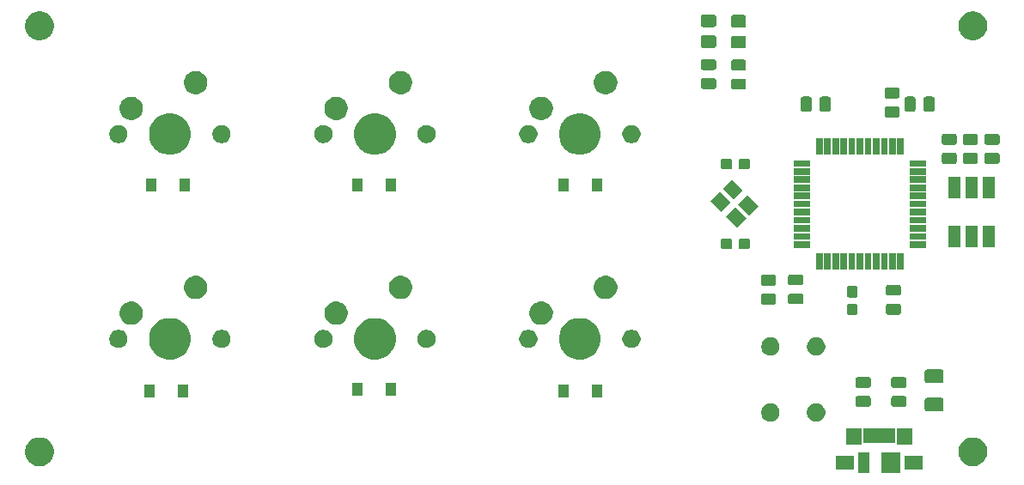
<source format=gbr>
G04 #@! TF.GenerationSoftware,KiCad,Pcbnew,5.1.5-52549c5~84~ubuntu18.04.1*
G04 #@! TF.CreationDate,2020-02-25T00:11:06-08:00*
G04 #@! TF.ProjectId,dotkb_micro,646f746b-625f-46d6-9963-726f2e6b6963,rev?*
G04 #@! TF.SameCoordinates,Original*
G04 #@! TF.FileFunction,Soldermask,Bot*
G04 #@! TF.FilePolarity,Negative*
%FSLAX46Y46*%
G04 Gerber Fmt 4.6, Leading zero omitted, Abs format (unit mm)*
G04 Created by KiCad (PCBNEW 5.1.5-52549c5~84~ubuntu18.04.1) date 2020-02-25 00:11:06*
%MOMM*%
%LPD*%
G04 APERTURE LIST*
%ADD10C,0.100000*%
G04 APERTURE END LIST*
D10*
G36*
X143330500Y-115923100D02*
G01*
X141428900Y-115923100D01*
X141428900Y-113921500D01*
X143330500Y-113921500D01*
X143330500Y-115923100D01*
G37*
G36*
X140230500Y-115923100D02*
G01*
X139128900Y-115923100D01*
X139128900Y-113921500D01*
X140230500Y-113921500D01*
X140230500Y-115923100D01*
G37*
G36*
X138730500Y-115623100D02*
G01*
X136978900Y-115623100D01*
X136978900Y-114221500D01*
X138730500Y-114221500D01*
X138730500Y-115623100D01*
G37*
G36*
X145480500Y-115623100D02*
G01*
X143728900Y-115623100D01*
X143728900Y-114221500D01*
X145480500Y-114221500D01*
X145480500Y-115623100D01*
G37*
G36*
X58873991Y-112471793D02*
G01*
X59133470Y-112579272D01*
X59366995Y-112735309D01*
X59565591Y-112933905D01*
X59721628Y-113167430D01*
X59829107Y-113426909D01*
X59883900Y-113702371D01*
X59883900Y-113983229D01*
X59829107Y-114258691D01*
X59721628Y-114518170D01*
X59565591Y-114751695D01*
X59366995Y-114950291D01*
X59133470Y-115106328D01*
X58873991Y-115213807D01*
X58598529Y-115268600D01*
X58317671Y-115268600D01*
X58042209Y-115213807D01*
X57782730Y-115106328D01*
X57549205Y-114950291D01*
X57350609Y-114751695D01*
X57194572Y-114518170D01*
X57087093Y-114258691D01*
X57032300Y-113983229D01*
X57032300Y-113702371D01*
X57087093Y-113426909D01*
X57194572Y-113167430D01*
X57350609Y-112933905D01*
X57549205Y-112735309D01*
X57782730Y-112579272D01*
X58042209Y-112471793D01*
X58317671Y-112417000D01*
X58598529Y-112417000D01*
X58873991Y-112471793D01*
G37*
G36*
X150873991Y-112471793D02*
G01*
X151133470Y-112579272D01*
X151366995Y-112735309D01*
X151565591Y-112933905D01*
X151721628Y-113167430D01*
X151829107Y-113426909D01*
X151883900Y-113702371D01*
X151883900Y-113983229D01*
X151829107Y-114258691D01*
X151721628Y-114518170D01*
X151565591Y-114751695D01*
X151366995Y-114950291D01*
X151133470Y-115106328D01*
X150873991Y-115213807D01*
X150598529Y-115268600D01*
X150317671Y-115268600D01*
X150042209Y-115213807D01*
X149782730Y-115106328D01*
X149549205Y-114950291D01*
X149350609Y-114751695D01*
X149194572Y-114518170D01*
X149087093Y-114258691D01*
X149032300Y-113983229D01*
X149032300Y-113702371D01*
X149087093Y-113426909D01*
X149194572Y-113167430D01*
X149350609Y-112933905D01*
X149549205Y-112735309D01*
X149782730Y-112579272D01*
X150042209Y-112471793D01*
X150317671Y-112417000D01*
X150598529Y-112417000D01*
X150873991Y-112471793D01*
G37*
G36*
X144480500Y-113173100D02*
G01*
X142953900Y-113173100D01*
X142953900Y-111521500D01*
X144480500Y-111521500D01*
X144480500Y-113173100D01*
G37*
G36*
X139505500Y-113173100D02*
G01*
X137978900Y-113173100D01*
X137978900Y-111521500D01*
X139505500Y-111521500D01*
X139505500Y-113173100D01*
G37*
G36*
X142805500Y-113003100D02*
G01*
X139653900Y-113003100D01*
X139653900Y-111521500D01*
X142805500Y-111521500D01*
X142805500Y-113003100D01*
G37*
G36*
X135263754Y-109090417D02*
G01*
X135427689Y-109158321D01*
X135575227Y-109256903D01*
X135700697Y-109382373D01*
X135799279Y-109529911D01*
X135867183Y-109693846D01*
X135901800Y-109867879D01*
X135901800Y-110045321D01*
X135867183Y-110219354D01*
X135799279Y-110383289D01*
X135700697Y-110530827D01*
X135575227Y-110656297D01*
X135427689Y-110754879D01*
X135263754Y-110822783D01*
X135089721Y-110857400D01*
X134912279Y-110857400D01*
X134738246Y-110822783D01*
X134574311Y-110754879D01*
X134426773Y-110656297D01*
X134301303Y-110530827D01*
X134202721Y-110383289D01*
X134134817Y-110219354D01*
X134100200Y-110045321D01*
X134100200Y-109867879D01*
X134134817Y-109693846D01*
X134202721Y-109529911D01*
X134301303Y-109382373D01*
X134426773Y-109256903D01*
X134574311Y-109158321D01*
X134738246Y-109090417D01*
X134912279Y-109055800D01*
X135089721Y-109055800D01*
X135263754Y-109090417D01*
G37*
G36*
X130763754Y-109090417D02*
G01*
X130927689Y-109158321D01*
X131075227Y-109256903D01*
X131200697Y-109382373D01*
X131299279Y-109529911D01*
X131367183Y-109693846D01*
X131401800Y-109867879D01*
X131401800Y-110045321D01*
X131367183Y-110219354D01*
X131299279Y-110383289D01*
X131200697Y-110530827D01*
X131075227Y-110656297D01*
X130927689Y-110754879D01*
X130763754Y-110822783D01*
X130589721Y-110857400D01*
X130412279Y-110857400D01*
X130238246Y-110822783D01*
X130074311Y-110754879D01*
X129926773Y-110656297D01*
X129801303Y-110530827D01*
X129702721Y-110383289D01*
X129634817Y-110219354D01*
X129600200Y-110045321D01*
X129600200Y-109867879D01*
X129634817Y-109693846D01*
X129702721Y-109529911D01*
X129801303Y-109382373D01*
X129926773Y-109256903D01*
X130074311Y-109158321D01*
X130238246Y-109090417D01*
X130412279Y-109055800D01*
X130589721Y-109055800D01*
X130763754Y-109090417D01*
G37*
G36*
X147379456Y-108523651D02*
G01*
X147424441Y-108537297D01*
X147465893Y-108559454D01*
X147502227Y-108589273D01*
X147532046Y-108625607D01*
X147554203Y-108667059D01*
X147567849Y-108712044D01*
X147572700Y-108761303D01*
X147572700Y-109627897D01*
X147567849Y-109677156D01*
X147554203Y-109722141D01*
X147532046Y-109763593D01*
X147502227Y-109799927D01*
X147465893Y-109829746D01*
X147424441Y-109851903D01*
X147379456Y-109865549D01*
X147330197Y-109870400D01*
X145963603Y-109870400D01*
X145914344Y-109865549D01*
X145869359Y-109851903D01*
X145827907Y-109829746D01*
X145791573Y-109799927D01*
X145761754Y-109763593D01*
X145739597Y-109722141D01*
X145725951Y-109677156D01*
X145721100Y-109627897D01*
X145721100Y-108761303D01*
X145725951Y-108712044D01*
X145739597Y-108667059D01*
X145761754Y-108625607D01*
X145791573Y-108589273D01*
X145827907Y-108559454D01*
X145869359Y-108537297D01*
X145914344Y-108523651D01*
X145963603Y-108518800D01*
X147330197Y-108518800D01*
X147379456Y-108523651D01*
G37*
G36*
X143708833Y-108331026D02*
G01*
X143754546Y-108344893D01*
X143796665Y-108367406D01*
X143833591Y-108397709D01*
X143863894Y-108434635D01*
X143886407Y-108476754D01*
X143900274Y-108522467D01*
X143905200Y-108572483D01*
X143905200Y-109156317D01*
X143900274Y-109206333D01*
X143886407Y-109252046D01*
X143863894Y-109294165D01*
X143833591Y-109331091D01*
X143796665Y-109361394D01*
X143754546Y-109383907D01*
X143708833Y-109397774D01*
X143658817Y-109402700D01*
X142649983Y-109402700D01*
X142599967Y-109397774D01*
X142554254Y-109383907D01*
X142512135Y-109361394D01*
X142475209Y-109331091D01*
X142444906Y-109294165D01*
X142422393Y-109252046D01*
X142408526Y-109206333D01*
X142403600Y-109156317D01*
X142403600Y-108572483D01*
X142408526Y-108522467D01*
X142422393Y-108476754D01*
X142444906Y-108434635D01*
X142475209Y-108397709D01*
X142512135Y-108367406D01*
X142554254Y-108344893D01*
X142599967Y-108331026D01*
X142649983Y-108326100D01*
X143658817Y-108326100D01*
X143708833Y-108331026D01*
G37*
G36*
X140203633Y-108331026D02*
G01*
X140249346Y-108344893D01*
X140291465Y-108367406D01*
X140328391Y-108397709D01*
X140358694Y-108434635D01*
X140381207Y-108476754D01*
X140395074Y-108522467D01*
X140400000Y-108572483D01*
X140400000Y-109156317D01*
X140395074Y-109206333D01*
X140381207Y-109252046D01*
X140358694Y-109294165D01*
X140328391Y-109331091D01*
X140291465Y-109361394D01*
X140249346Y-109383907D01*
X140203633Y-109397774D01*
X140153617Y-109402700D01*
X139144783Y-109402700D01*
X139094767Y-109397774D01*
X139049054Y-109383907D01*
X139006935Y-109361394D01*
X138970009Y-109331091D01*
X138939706Y-109294165D01*
X138917193Y-109252046D01*
X138903326Y-109206333D01*
X138898400Y-109156317D01*
X138898400Y-108572483D01*
X138903326Y-108522467D01*
X138917193Y-108476754D01*
X138939706Y-108434635D01*
X138970009Y-108397709D01*
X139006935Y-108367406D01*
X139049054Y-108344893D01*
X139094767Y-108331026D01*
X139144783Y-108326100D01*
X140153617Y-108326100D01*
X140203633Y-108331026D01*
G37*
G36*
X110610800Y-108473800D02*
G01*
X109609200Y-108473800D01*
X109609200Y-107172200D01*
X110610800Y-107172200D01*
X110610800Y-108473800D01*
G37*
G36*
X113910800Y-108473800D02*
G01*
X112909200Y-108473800D01*
X112909200Y-107172200D01*
X113910800Y-107172200D01*
X113910800Y-108473800D01*
G37*
G36*
X73144800Y-108473800D02*
G01*
X72143200Y-108473800D01*
X72143200Y-107172200D01*
X73144800Y-107172200D01*
X73144800Y-108473800D01*
G37*
G36*
X69844800Y-108473800D02*
G01*
X68843200Y-108473800D01*
X68843200Y-107172200D01*
X69844800Y-107172200D01*
X69844800Y-108473800D01*
G37*
G36*
X93590800Y-108346800D02*
G01*
X92589200Y-108346800D01*
X92589200Y-107045200D01*
X93590800Y-107045200D01*
X93590800Y-108346800D01*
G37*
G36*
X90290800Y-108346800D02*
G01*
X89289200Y-108346800D01*
X89289200Y-107045200D01*
X90290800Y-107045200D01*
X90290800Y-108346800D01*
G37*
G36*
X140203633Y-106456026D02*
G01*
X140249346Y-106469893D01*
X140291465Y-106492406D01*
X140328391Y-106522709D01*
X140358694Y-106559635D01*
X140381207Y-106601754D01*
X140395074Y-106647467D01*
X140400000Y-106697483D01*
X140400000Y-107281317D01*
X140395074Y-107331333D01*
X140381207Y-107377046D01*
X140358694Y-107419165D01*
X140328391Y-107456091D01*
X140291465Y-107486394D01*
X140249346Y-107508907D01*
X140203633Y-107522774D01*
X140153617Y-107527700D01*
X139144783Y-107527700D01*
X139094767Y-107522774D01*
X139049054Y-107508907D01*
X139006935Y-107486394D01*
X138970009Y-107456091D01*
X138939706Y-107419165D01*
X138917193Y-107377046D01*
X138903326Y-107331333D01*
X138898400Y-107281317D01*
X138898400Y-106697483D01*
X138903326Y-106647467D01*
X138917193Y-106601754D01*
X138939706Y-106559635D01*
X138970009Y-106522709D01*
X139006935Y-106492406D01*
X139049054Y-106469893D01*
X139094767Y-106456026D01*
X139144783Y-106451100D01*
X140153617Y-106451100D01*
X140203633Y-106456026D01*
G37*
G36*
X143708833Y-106456026D02*
G01*
X143754546Y-106469893D01*
X143796665Y-106492406D01*
X143833591Y-106522709D01*
X143863894Y-106559635D01*
X143886407Y-106601754D01*
X143900274Y-106647467D01*
X143905200Y-106697483D01*
X143905200Y-107281317D01*
X143900274Y-107331333D01*
X143886407Y-107377046D01*
X143863894Y-107419165D01*
X143833591Y-107456091D01*
X143796665Y-107486394D01*
X143754546Y-107508907D01*
X143708833Y-107522774D01*
X143658817Y-107527700D01*
X142649983Y-107527700D01*
X142599967Y-107522774D01*
X142554254Y-107508907D01*
X142512135Y-107486394D01*
X142475209Y-107456091D01*
X142444906Y-107419165D01*
X142422393Y-107377046D01*
X142408526Y-107331333D01*
X142403600Y-107281317D01*
X142403600Y-106697483D01*
X142408526Y-106647467D01*
X142422393Y-106601754D01*
X142444906Y-106559635D01*
X142475209Y-106522709D01*
X142512135Y-106492406D01*
X142554254Y-106469893D01*
X142599967Y-106456026D01*
X142649983Y-106451100D01*
X143658817Y-106451100D01*
X143708833Y-106456026D01*
G37*
G36*
X147379456Y-105723651D02*
G01*
X147424441Y-105737297D01*
X147465893Y-105759454D01*
X147502227Y-105789273D01*
X147532046Y-105825607D01*
X147554203Y-105867059D01*
X147567849Y-105912044D01*
X147572700Y-105961303D01*
X147572700Y-106827897D01*
X147567849Y-106877156D01*
X147554203Y-106922141D01*
X147532046Y-106963593D01*
X147502227Y-106999927D01*
X147465893Y-107029746D01*
X147424441Y-107051903D01*
X147379456Y-107065549D01*
X147330197Y-107070400D01*
X145963603Y-107070400D01*
X145914344Y-107065549D01*
X145869359Y-107051903D01*
X145827907Y-107029746D01*
X145791573Y-106999927D01*
X145761754Y-106963593D01*
X145739597Y-106922141D01*
X145725951Y-106877156D01*
X145721100Y-106827897D01*
X145721100Y-105961303D01*
X145725951Y-105912044D01*
X145739597Y-105867059D01*
X145761754Y-105825607D01*
X145791573Y-105789273D01*
X145827907Y-105759454D01*
X145869359Y-105737297D01*
X145914344Y-105723651D01*
X145963603Y-105718800D01*
X147330197Y-105718800D01*
X147379456Y-105723651D01*
G37*
G36*
X112320197Y-100726012D02*
G01*
X112693419Y-100880606D01*
X113029310Y-101105041D01*
X113314961Y-101390692D01*
X113539396Y-101726583D01*
X113693990Y-102099805D01*
X113772801Y-102496015D01*
X113772801Y-102899987D01*
X113693990Y-103296197D01*
X113539396Y-103669419D01*
X113314961Y-104005310D01*
X113029310Y-104290961D01*
X112693419Y-104515396D01*
X112320197Y-104669990D01*
X111923987Y-104748801D01*
X111520015Y-104748801D01*
X111123805Y-104669990D01*
X110750583Y-104515396D01*
X110414692Y-104290961D01*
X110129041Y-104005310D01*
X109904606Y-103669419D01*
X109750012Y-103296197D01*
X109671201Y-102899987D01*
X109671201Y-102496015D01*
X109750012Y-102099805D01*
X109904606Y-101726583D01*
X110129041Y-101390692D01*
X110414692Y-101105041D01*
X110750583Y-100880606D01*
X111123805Y-100726012D01*
X111520015Y-100647201D01*
X111923987Y-100647201D01*
X112320197Y-100726012D01*
G37*
G36*
X92120197Y-100726012D02*
G01*
X92493419Y-100880606D01*
X92829310Y-101105041D01*
X93114961Y-101390692D01*
X93339396Y-101726583D01*
X93493990Y-102099805D01*
X93572801Y-102496015D01*
X93572801Y-102899987D01*
X93493990Y-103296197D01*
X93339396Y-103669419D01*
X93114961Y-104005310D01*
X92829310Y-104290961D01*
X92493419Y-104515396D01*
X92120197Y-104669990D01*
X91723987Y-104748801D01*
X91320015Y-104748801D01*
X90923805Y-104669990D01*
X90550583Y-104515396D01*
X90214692Y-104290961D01*
X89929041Y-104005310D01*
X89704606Y-103669419D01*
X89550012Y-103296197D01*
X89471201Y-102899987D01*
X89471201Y-102496015D01*
X89550012Y-102099805D01*
X89704606Y-101726583D01*
X89929041Y-101390692D01*
X90214692Y-101105041D01*
X90550583Y-100880606D01*
X90923805Y-100726012D01*
X91320015Y-100647201D01*
X91723987Y-100647201D01*
X92120197Y-100726012D01*
G37*
G36*
X71920197Y-100726012D02*
G01*
X72293419Y-100880606D01*
X72629310Y-101105041D01*
X72914961Y-101390692D01*
X73139396Y-101726583D01*
X73293990Y-102099805D01*
X73372801Y-102496015D01*
X73372801Y-102899987D01*
X73293990Y-103296197D01*
X73139396Y-103669419D01*
X72914961Y-104005310D01*
X72629310Y-104290961D01*
X72293419Y-104515396D01*
X71920197Y-104669990D01*
X71523987Y-104748801D01*
X71120015Y-104748801D01*
X70723805Y-104669990D01*
X70350583Y-104515396D01*
X70014692Y-104290961D01*
X69729041Y-104005310D01*
X69504606Y-103669419D01*
X69350012Y-103296197D01*
X69271201Y-102899987D01*
X69271201Y-102496015D01*
X69350012Y-102099805D01*
X69504606Y-101726583D01*
X69729041Y-101390692D01*
X70014692Y-101105041D01*
X70350583Y-100880606D01*
X70723805Y-100726012D01*
X71120015Y-100647201D01*
X71523987Y-100647201D01*
X71920197Y-100726012D01*
G37*
G36*
X135263754Y-102590417D02*
G01*
X135427689Y-102658321D01*
X135575227Y-102756903D01*
X135700697Y-102882373D01*
X135799279Y-103029911D01*
X135867183Y-103193846D01*
X135901800Y-103367879D01*
X135901800Y-103545321D01*
X135867183Y-103719354D01*
X135799279Y-103883289D01*
X135700697Y-104030827D01*
X135575227Y-104156297D01*
X135427689Y-104254879D01*
X135263754Y-104322783D01*
X135089721Y-104357400D01*
X134912279Y-104357400D01*
X134738246Y-104322783D01*
X134574311Y-104254879D01*
X134426773Y-104156297D01*
X134301303Y-104030827D01*
X134202721Y-103883289D01*
X134134817Y-103719354D01*
X134100200Y-103545321D01*
X134100200Y-103367879D01*
X134134817Y-103193846D01*
X134202721Y-103029911D01*
X134301303Y-102882373D01*
X134426773Y-102756903D01*
X134574311Y-102658321D01*
X134738246Y-102590417D01*
X134912279Y-102555800D01*
X135089721Y-102555800D01*
X135263754Y-102590417D01*
G37*
G36*
X130763754Y-102590417D02*
G01*
X130927689Y-102658321D01*
X131075227Y-102756903D01*
X131200697Y-102882373D01*
X131299279Y-103029911D01*
X131367183Y-103193846D01*
X131401800Y-103367879D01*
X131401800Y-103545321D01*
X131367183Y-103719354D01*
X131299279Y-103883289D01*
X131200697Y-104030827D01*
X131075227Y-104156297D01*
X130927689Y-104254879D01*
X130763754Y-104322783D01*
X130589721Y-104357400D01*
X130412279Y-104357400D01*
X130238246Y-104322783D01*
X130074311Y-104254879D01*
X129926773Y-104156297D01*
X129801303Y-104030827D01*
X129702721Y-103883289D01*
X129634817Y-103719354D01*
X129600200Y-103545321D01*
X129600200Y-103367879D01*
X129634817Y-103193846D01*
X129702721Y-103029911D01*
X129801303Y-102882373D01*
X129926773Y-102756903D01*
X130074311Y-102658321D01*
X130238246Y-102590417D01*
X130412279Y-102555800D01*
X130589721Y-102555800D01*
X130763754Y-102590417D01*
G37*
G36*
X76664755Y-101831818D02*
G01*
X76828690Y-101899722D01*
X76976228Y-101998304D01*
X77101698Y-102123774D01*
X77200280Y-102271312D01*
X77268184Y-102435247D01*
X77302801Y-102609280D01*
X77302801Y-102786722D01*
X77268184Y-102960755D01*
X77200280Y-103124690D01*
X77101698Y-103272228D01*
X76976228Y-103397698D01*
X76828690Y-103496280D01*
X76664755Y-103564184D01*
X76490722Y-103598801D01*
X76313280Y-103598801D01*
X76139247Y-103564184D01*
X75975312Y-103496280D01*
X75827774Y-103397698D01*
X75702304Y-103272228D01*
X75603722Y-103124690D01*
X75535818Y-102960755D01*
X75501201Y-102786722D01*
X75501201Y-102609280D01*
X75535818Y-102435247D01*
X75603722Y-102271312D01*
X75702304Y-102123774D01*
X75827774Y-101998304D01*
X75975312Y-101899722D01*
X76139247Y-101831818D01*
X76313280Y-101797201D01*
X76490722Y-101797201D01*
X76664755Y-101831818D01*
G37*
G36*
X86704755Y-101831818D02*
G01*
X86868690Y-101899722D01*
X87016228Y-101998304D01*
X87141698Y-102123774D01*
X87240280Y-102271312D01*
X87308184Y-102435247D01*
X87342801Y-102609280D01*
X87342801Y-102786722D01*
X87308184Y-102960755D01*
X87240280Y-103124690D01*
X87141698Y-103272228D01*
X87016228Y-103397698D01*
X86868690Y-103496280D01*
X86704755Y-103564184D01*
X86530722Y-103598801D01*
X86353280Y-103598801D01*
X86179247Y-103564184D01*
X86015312Y-103496280D01*
X85867774Y-103397698D01*
X85742304Y-103272228D01*
X85643722Y-103124690D01*
X85575818Y-102960755D01*
X85541201Y-102786722D01*
X85541201Y-102609280D01*
X85575818Y-102435247D01*
X85643722Y-102271312D01*
X85742304Y-102123774D01*
X85867774Y-101998304D01*
X86015312Y-101899722D01*
X86179247Y-101831818D01*
X86353280Y-101797201D01*
X86530722Y-101797201D01*
X86704755Y-101831818D01*
G37*
G36*
X96864755Y-101831818D02*
G01*
X97028690Y-101899722D01*
X97176228Y-101998304D01*
X97301698Y-102123774D01*
X97400280Y-102271312D01*
X97468184Y-102435247D01*
X97502801Y-102609280D01*
X97502801Y-102786722D01*
X97468184Y-102960755D01*
X97400280Y-103124690D01*
X97301698Y-103272228D01*
X97176228Y-103397698D01*
X97028690Y-103496280D01*
X96864755Y-103564184D01*
X96690722Y-103598801D01*
X96513280Y-103598801D01*
X96339247Y-103564184D01*
X96175312Y-103496280D01*
X96027774Y-103397698D01*
X95902304Y-103272228D01*
X95803722Y-103124690D01*
X95735818Y-102960755D01*
X95701201Y-102786722D01*
X95701201Y-102609280D01*
X95735818Y-102435247D01*
X95803722Y-102271312D01*
X95902304Y-102123774D01*
X96027774Y-101998304D01*
X96175312Y-101899722D01*
X96339247Y-101831818D01*
X96513280Y-101797201D01*
X96690722Y-101797201D01*
X96864755Y-101831818D01*
G37*
G36*
X66504755Y-101831818D02*
G01*
X66668690Y-101899722D01*
X66816228Y-101998304D01*
X66941698Y-102123774D01*
X67040280Y-102271312D01*
X67108184Y-102435247D01*
X67142801Y-102609280D01*
X67142801Y-102786722D01*
X67108184Y-102960755D01*
X67040280Y-103124690D01*
X66941698Y-103272228D01*
X66816228Y-103397698D01*
X66668690Y-103496280D01*
X66504755Y-103564184D01*
X66330722Y-103598801D01*
X66153280Y-103598801D01*
X65979247Y-103564184D01*
X65815312Y-103496280D01*
X65667774Y-103397698D01*
X65542304Y-103272228D01*
X65443722Y-103124690D01*
X65375818Y-102960755D01*
X65341201Y-102786722D01*
X65341201Y-102609280D01*
X65375818Y-102435247D01*
X65443722Y-102271312D01*
X65542304Y-102123774D01*
X65667774Y-101998304D01*
X65815312Y-101899722D01*
X65979247Y-101831818D01*
X66153280Y-101797201D01*
X66330722Y-101797201D01*
X66504755Y-101831818D01*
G37*
G36*
X106904755Y-101831818D02*
G01*
X107068690Y-101899722D01*
X107216228Y-101998304D01*
X107341698Y-102123774D01*
X107440280Y-102271312D01*
X107508184Y-102435247D01*
X107542801Y-102609280D01*
X107542801Y-102786722D01*
X107508184Y-102960755D01*
X107440280Y-103124690D01*
X107341698Y-103272228D01*
X107216228Y-103397698D01*
X107068690Y-103496280D01*
X106904755Y-103564184D01*
X106730722Y-103598801D01*
X106553280Y-103598801D01*
X106379247Y-103564184D01*
X106215312Y-103496280D01*
X106067774Y-103397698D01*
X105942304Y-103272228D01*
X105843722Y-103124690D01*
X105775818Y-102960755D01*
X105741201Y-102786722D01*
X105741201Y-102609280D01*
X105775818Y-102435247D01*
X105843722Y-102271312D01*
X105942304Y-102123774D01*
X106067774Y-101998304D01*
X106215312Y-101899722D01*
X106379247Y-101831818D01*
X106553280Y-101797201D01*
X106730722Y-101797201D01*
X106904755Y-101831818D01*
G37*
G36*
X117064755Y-101831818D02*
G01*
X117228690Y-101899722D01*
X117376228Y-101998304D01*
X117501698Y-102123774D01*
X117600280Y-102271312D01*
X117668184Y-102435247D01*
X117702801Y-102609280D01*
X117702801Y-102786722D01*
X117668184Y-102960755D01*
X117600280Y-103124690D01*
X117501698Y-103272228D01*
X117376228Y-103397698D01*
X117228690Y-103496280D01*
X117064755Y-103564184D01*
X116890722Y-103598801D01*
X116713280Y-103598801D01*
X116539247Y-103564184D01*
X116375312Y-103496280D01*
X116227774Y-103397698D01*
X116102304Y-103272228D01*
X116003722Y-103124690D01*
X115935818Y-102960755D01*
X115901201Y-102786722D01*
X115901201Y-102609280D01*
X115935818Y-102435247D01*
X116003722Y-102271312D01*
X116102304Y-102123774D01*
X116227774Y-101998304D01*
X116375312Y-101899722D01*
X116539247Y-101831818D01*
X116713280Y-101797201D01*
X116890722Y-101797201D01*
X117064755Y-101831818D01*
G37*
G36*
X87888432Y-99019750D02*
G01*
X88047679Y-99051426D01*
X88257110Y-99138175D01*
X88445594Y-99264116D01*
X88605886Y-99424408D01*
X88731827Y-99612892D01*
X88818576Y-99822323D01*
X88818576Y-99822325D01*
X88862801Y-100044657D01*
X88862801Y-100271345D01*
X88857338Y-100298807D01*
X88818576Y-100493679D01*
X88731827Y-100703110D01*
X88605886Y-100891594D01*
X88445594Y-101051886D01*
X88257110Y-101177827D01*
X88047679Y-101264576D01*
X87899456Y-101294059D01*
X87825345Y-101308801D01*
X87598657Y-101308801D01*
X87524546Y-101294059D01*
X87376323Y-101264576D01*
X87166892Y-101177827D01*
X86978408Y-101051886D01*
X86818116Y-100891594D01*
X86692175Y-100703110D01*
X86605426Y-100493679D01*
X86566664Y-100298807D01*
X86561201Y-100271345D01*
X86561201Y-100044657D01*
X86605426Y-99822325D01*
X86605426Y-99822323D01*
X86692175Y-99612892D01*
X86818116Y-99424408D01*
X86978408Y-99264116D01*
X87166892Y-99138175D01*
X87376323Y-99051426D01*
X87535570Y-99019750D01*
X87598657Y-99007201D01*
X87825345Y-99007201D01*
X87888432Y-99019750D01*
G37*
G36*
X108088432Y-99019750D02*
G01*
X108247679Y-99051426D01*
X108457110Y-99138175D01*
X108645594Y-99264116D01*
X108805886Y-99424408D01*
X108931827Y-99612892D01*
X109018576Y-99822323D01*
X109018576Y-99822325D01*
X109062801Y-100044657D01*
X109062801Y-100271345D01*
X109057338Y-100298807D01*
X109018576Y-100493679D01*
X108931827Y-100703110D01*
X108805886Y-100891594D01*
X108645594Y-101051886D01*
X108457110Y-101177827D01*
X108247679Y-101264576D01*
X108099456Y-101294059D01*
X108025345Y-101308801D01*
X107798657Y-101308801D01*
X107724546Y-101294059D01*
X107576323Y-101264576D01*
X107366892Y-101177827D01*
X107178408Y-101051886D01*
X107018116Y-100891594D01*
X106892175Y-100703110D01*
X106805426Y-100493679D01*
X106766664Y-100298807D01*
X106761201Y-100271345D01*
X106761201Y-100044657D01*
X106805426Y-99822325D01*
X106805426Y-99822323D01*
X106892175Y-99612892D01*
X107018116Y-99424408D01*
X107178408Y-99264116D01*
X107366892Y-99138175D01*
X107576323Y-99051426D01*
X107735570Y-99019750D01*
X107798657Y-99007201D01*
X108025345Y-99007201D01*
X108088432Y-99019750D01*
G37*
G36*
X67688432Y-99019750D02*
G01*
X67847679Y-99051426D01*
X68057110Y-99138175D01*
X68245594Y-99264116D01*
X68405886Y-99424408D01*
X68531827Y-99612892D01*
X68618576Y-99822323D01*
X68618576Y-99822325D01*
X68662801Y-100044657D01*
X68662801Y-100271345D01*
X68657338Y-100298807D01*
X68618576Y-100493679D01*
X68531827Y-100703110D01*
X68405886Y-100891594D01*
X68245594Y-101051886D01*
X68057110Y-101177827D01*
X67847679Y-101264576D01*
X67699456Y-101294059D01*
X67625345Y-101308801D01*
X67398657Y-101308801D01*
X67324546Y-101294059D01*
X67176323Y-101264576D01*
X66966892Y-101177827D01*
X66778408Y-101051886D01*
X66618116Y-100891594D01*
X66492175Y-100703110D01*
X66405426Y-100493679D01*
X66366664Y-100298807D01*
X66361201Y-100271345D01*
X66361201Y-100044657D01*
X66405426Y-99822325D01*
X66405426Y-99822323D01*
X66492175Y-99612892D01*
X66618116Y-99424408D01*
X66778408Y-99264116D01*
X66966892Y-99138175D01*
X67176323Y-99051426D01*
X67335570Y-99019750D01*
X67398657Y-99007201D01*
X67625345Y-99007201D01*
X67688432Y-99019750D01*
G37*
G36*
X138904164Y-99224306D02*
G01*
X138948704Y-99237817D01*
X138989746Y-99259755D01*
X139025721Y-99289279D01*
X139055245Y-99325254D01*
X139077183Y-99366296D01*
X139090694Y-99410836D01*
X139095500Y-99459633D01*
X139095500Y-100130967D01*
X139090694Y-100179764D01*
X139077183Y-100224304D01*
X139055245Y-100265346D01*
X139025721Y-100301321D01*
X138989746Y-100330845D01*
X138948704Y-100352783D01*
X138904164Y-100366294D01*
X138855367Y-100371100D01*
X138284033Y-100371100D01*
X138235236Y-100366294D01*
X138190696Y-100352783D01*
X138149654Y-100330845D01*
X138113679Y-100301321D01*
X138084155Y-100265346D01*
X138062217Y-100224304D01*
X138048706Y-100179764D01*
X138043900Y-100130967D01*
X138043900Y-99459633D01*
X138048706Y-99410836D01*
X138062217Y-99366296D01*
X138084155Y-99325254D01*
X138113679Y-99289279D01*
X138149654Y-99259755D01*
X138190696Y-99237817D01*
X138235236Y-99224306D01*
X138284033Y-99219500D01*
X138855367Y-99219500D01*
X138904164Y-99224306D01*
G37*
G36*
X143188133Y-99245926D02*
G01*
X143233846Y-99259793D01*
X143275965Y-99282306D01*
X143312891Y-99312609D01*
X143343194Y-99349535D01*
X143365707Y-99391654D01*
X143379574Y-99437367D01*
X143384500Y-99487383D01*
X143384500Y-100071217D01*
X143379574Y-100121233D01*
X143365707Y-100166946D01*
X143343194Y-100209065D01*
X143312891Y-100245991D01*
X143275965Y-100276294D01*
X143233846Y-100298807D01*
X143188133Y-100312674D01*
X143138117Y-100317600D01*
X142129283Y-100317600D01*
X142079267Y-100312674D01*
X142033554Y-100298807D01*
X141991435Y-100276294D01*
X141954509Y-100245991D01*
X141924206Y-100209065D01*
X141901693Y-100166946D01*
X141887826Y-100121233D01*
X141882900Y-100071217D01*
X141882900Y-99487383D01*
X141887826Y-99437367D01*
X141901693Y-99391654D01*
X141924206Y-99349535D01*
X141954509Y-99312609D01*
X141991435Y-99282306D01*
X142033554Y-99259793D01*
X142079267Y-99245926D01*
X142129283Y-99241000D01*
X143138117Y-99241000D01*
X143188133Y-99245926D01*
G37*
G36*
X130869133Y-98255326D02*
G01*
X130914846Y-98269193D01*
X130956965Y-98291706D01*
X130993891Y-98322009D01*
X131024194Y-98358935D01*
X131046707Y-98401054D01*
X131060574Y-98446767D01*
X131065500Y-98496783D01*
X131065500Y-99080617D01*
X131060574Y-99130633D01*
X131046707Y-99176346D01*
X131024194Y-99218465D01*
X130993891Y-99255391D01*
X130956965Y-99285694D01*
X130914846Y-99308207D01*
X130869133Y-99322074D01*
X130819117Y-99327000D01*
X129810283Y-99327000D01*
X129760267Y-99322074D01*
X129714554Y-99308207D01*
X129672435Y-99285694D01*
X129635509Y-99255391D01*
X129605206Y-99218465D01*
X129582693Y-99176346D01*
X129568826Y-99130633D01*
X129563900Y-99080617D01*
X129563900Y-98496783D01*
X129568826Y-98446767D01*
X129582693Y-98401054D01*
X129605206Y-98358935D01*
X129635509Y-98322009D01*
X129672435Y-98291706D01*
X129714554Y-98269193D01*
X129760267Y-98255326D01*
X129810283Y-98250400D01*
X130819117Y-98250400D01*
X130869133Y-98255326D01*
G37*
G36*
X133548833Y-98217226D02*
G01*
X133594546Y-98231093D01*
X133636665Y-98253606D01*
X133673591Y-98283909D01*
X133703894Y-98320835D01*
X133726407Y-98362954D01*
X133740274Y-98408667D01*
X133745200Y-98458683D01*
X133745200Y-99042517D01*
X133740274Y-99092533D01*
X133726407Y-99138246D01*
X133703894Y-99180365D01*
X133673591Y-99217291D01*
X133636665Y-99247594D01*
X133594546Y-99270107D01*
X133548833Y-99283974D01*
X133498817Y-99288900D01*
X132489983Y-99288900D01*
X132439967Y-99283974D01*
X132394254Y-99270107D01*
X132352135Y-99247594D01*
X132315209Y-99217291D01*
X132284906Y-99180365D01*
X132262393Y-99138246D01*
X132248526Y-99092533D01*
X132243600Y-99042517D01*
X132243600Y-98458683D01*
X132248526Y-98408667D01*
X132262393Y-98362954D01*
X132284906Y-98320835D01*
X132315209Y-98283909D01*
X132352135Y-98253606D01*
X132394254Y-98231093D01*
X132439967Y-98217226D01*
X132489983Y-98212300D01*
X133498817Y-98212300D01*
X133548833Y-98217226D01*
G37*
G36*
X74049456Y-96481943D02*
G01*
X74197679Y-96511426D01*
X74407110Y-96598175D01*
X74595594Y-96724116D01*
X74755886Y-96884408D01*
X74881827Y-97072892D01*
X74968576Y-97282323D01*
X75012801Y-97504658D01*
X75012801Y-97731344D01*
X74968576Y-97953679D01*
X74881827Y-98163110D01*
X74755886Y-98351594D01*
X74595594Y-98511886D01*
X74407110Y-98637827D01*
X74197679Y-98724576D01*
X74049456Y-98754059D01*
X73975345Y-98768801D01*
X73748657Y-98768801D01*
X73674546Y-98754059D01*
X73526323Y-98724576D01*
X73316892Y-98637827D01*
X73128408Y-98511886D01*
X72968116Y-98351594D01*
X72842175Y-98163110D01*
X72755426Y-97953679D01*
X72711201Y-97731344D01*
X72711201Y-97504658D01*
X72755426Y-97282323D01*
X72842175Y-97072892D01*
X72968116Y-96884408D01*
X73128408Y-96724116D01*
X73316892Y-96598175D01*
X73526323Y-96511426D01*
X73674546Y-96481943D01*
X73748657Y-96467201D01*
X73975345Y-96467201D01*
X74049456Y-96481943D01*
G37*
G36*
X94249456Y-96481943D02*
G01*
X94397679Y-96511426D01*
X94607110Y-96598175D01*
X94795594Y-96724116D01*
X94955886Y-96884408D01*
X95081827Y-97072892D01*
X95168576Y-97282323D01*
X95212801Y-97504658D01*
X95212801Y-97731344D01*
X95168576Y-97953679D01*
X95081827Y-98163110D01*
X94955886Y-98351594D01*
X94795594Y-98511886D01*
X94607110Y-98637827D01*
X94397679Y-98724576D01*
X94249456Y-98754059D01*
X94175345Y-98768801D01*
X93948657Y-98768801D01*
X93874546Y-98754059D01*
X93726323Y-98724576D01*
X93516892Y-98637827D01*
X93328408Y-98511886D01*
X93168116Y-98351594D01*
X93042175Y-98163110D01*
X92955426Y-97953679D01*
X92911201Y-97731344D01*
X92911201Y-97504658D01*
X92955426Y-97282323D01*
X93042175Y-97072892D01*
X93168116Y-96884408D01*
X93328408Y-96724116D01*
X93516892Y-96598175D01*
X93726323Y-96511426D01*
X93874546Y-96481943D01*
X93948657Y-96467201D01*
X94175345Y-96467201D01*
X94249456Y-96481943D01*
G37*
G36*
X114449456Y-96481943D02*
G01*
X114597679Y-96511426D01*
X114807110Y-96598175D01*
X114995594Y-96724116D01*
X115155886Y-96884408D01*
X115281827Y-97072892D01*
X115368576Y-97282323D01*
X115412801Y-97504658D01*
X115412801Y-97731344D01*
X115368576Y-97953679D01*
X115281827Y-98163110D01*
X115155886Y-98351594D01*
X114995594Y-98511886D01*
X114807110Y-98637827D01*
X114597679Y-98724576D01*
X114449456Y-98754059D01*
X114375345Y-98768801D01*
X114148657Y-98768801D01*
X114074546Y-98754059D01*
X113926323Y-98724576D01*
X113716892Y-98637827D01*
X113528408Y-98511886D01*
X113368116Y-98351594D01*
X113242175Y-98163110D01*
X113155426Y-97953679D01*
X113111201Y-97731344D01*
X113111201Y-97504658D01*
X113155426Y-97282323D01*
X113242175Y-97072892D01*
X113368116Y-96884408D01*
X113528408Y-96724116D01*
X113716892Y-96598175D01*
X113926323Y-96511426D01*
X114074546Y-96481943D01*
X114148657Y-96467201D01*
X114375345Y-96467201D01*
X114449456Y-96481943D01*
G37*
G36*
X138904164Y-97474306D02*
G01*
X138948704Y-97487817D01*
X138989746Y-97509755D01*
X139025721Y-97539279D01*
X139055245Y-97575254D01*
X139077183Y-97616296D01*
X139090694Y-97660836D01*
X139095500Y-97709633D01*
X139095500Y-98380967D01*
X139090694Y-98429764D01*
X139077183Y-98474304D01*
X139055245Y-98515346D01*
X139025721Y-98551321D01*
X138989746Y-98580845D01*
X138948704Y-98602783D01*
X138904164Y-98616294D01*
X138855367Y-98621100D01*
X138284033Y-98621100D01*
X138235236Y-98616294D01*
X138190696Y-98602783D01*
X138149654Y-98580845D01*
X138113679Y-98551321D01*
X138084155Y-98515346D01*
X138062217Y-98474304D01*
X138048706Y-98429764D01*
X138043900Y-98380967D01*
X138043900Y-97709633D01*
X138048706Y-97660836D01*
X138062217Y-97616296D01*
X138084155Y-97575254D01*
X138113679Y-97539279D01*
X138149654Y-97509755D01*
X138190696Y-97487817D01*
X138235236Y-97474306D01*
X138284033Y-97469500D01*
X138855367Y-97469500D01*
X138904164Y-97474306D01*
G37*
G36*
X143188133Y-97370926D02*
G01*
X143233846Y-97384793D01*
X143275965Y-97407306D01*
X143312891Y-97437609D01*
X143343194Y-97474535D01*
X143365707Y-97516654D01*
X143379574Y-97562367D01*
X143384500Y-97612383D01*
X143384500Y-98196217D01*
X143379574Y-98246233D01*
X143365707Y-98291946D01*
X143343194Y-98334065D01*
X143312891Y-98370991D01*
X143275965Y-98401294D01*
X143233846Y-98423807D01*
X143188133Y-98437674D01*
X143138117Y-98442600D01*
X142129283Y-98442600D01*
X142079267Y-98437674D01*
X142033554Y-98423807D01*
X141991435Y-98401294D01*
X141954509Y-98370991D01*
X141924206Y-98334065D01*
X141901693Y-98291946D01*
X141887826Y-98246233D01*
X141882900Y-98196217D01*
X141882900Y-97612383D01*
X141887826Y-97562367D01*
X141901693Y-97516654D01*
X141924206Y-97474535D01*
X141954509Y-97437609D01*
X141991435Y-97407306D01*
X142033554Y-97384793D01*
X142079267Y-97370926D01*
X142129283Y-97366000D01*
X143138117Y-97366000D01*
X143188133Y-97370926D01*
G37*
G36*
X130869133Y-96380326D02*
G01*
X130914846Y-96394193D01*
X130956965Y-96416706D01*
X130993891Y-96447009D01*
X131024194Y-96483935D01*
X131046707Y-96526054D01*
X131060574Y-96571767D01*
X131065500Y-96621783D01*
X131065500Y-97205617D01*
X131060574Y-97255633D01*
X131046707Y-97301346D01*
X131024194Y-97343465D01*
X130993891Y-97380391D01*
X130956965Y-97410694D01*
X130914846Y-97433207D01*
X130869133Y-97447074D01*
X130819117Y-97452000D01*
X129810283Y-97452000D01*
X129760267Y-97447074D01*
X129714554Y-97433207D01*
X129672435Y-97410694D01*
X129635509Y-97380391D01*
X129605206Y-97343465D01*
X129582693Y-97301346D01*
X129568826Y-97255633D01*
X129563900Y-97205617D01*
X129563900Y-96621783D01*
X129568826Y-96571767D01*
X129582693Y-96526054D01*
X129605206Y-96483935D01*
X129635509Y-96447009D01*
X129672435Y-96416706D01*
X129714554Y-96394193D01*
X129760267Y-96380326D01*
X129810283Y-96375400D01*
X130819117Y-96375400D01*
X130869133Y-96380326D01*
G37*
G36*
X133548833Y-96342226D02*
G01*
X133594546Y-96356093D01*
X133636665Y-96378606D01*
X133673591Y-96408909D01*
X133703894Y-96445835D01*
X133726407Y-96487954D01*
X133740274Y-96533667D01*
X133745200Y-96583683D01*
X133745200Y-97167517D01*
X133740274Y-97217533D01*
X133726407Y-97263246D01*
X133703894Y-97305365D01*
X133673591Y-97342291D01*
X133636665Y-97372594D01*
X133594546Y-97395107D01*
X133548833Y-97408974D01*
X133498817Y-97413900D01*
X132489983Y-97413900D01*
X132439967Y-97408974D01*
X132394254Y-97395107D01*
X132352135Y-97372594D01*
X132315209Y-97342291D01*
X132284906Y-97305365D01*
X132262393Y-97263246D01*
X132248526Y-97217533D01*
X132243600Y-97167517D01*
X132243600Y-96583683D01*
X132248526Y-96533667D01*
X132262393Y-96487954D01*
X132284906Y-96445835D01*
X132315209Y-96408909D01*
X132352135Y-96378606D01*
X132394254Y-96356093D01*
X132439967Y-96342226D01*
X132489983Y-96337300D01*
X133498817Y-96337300D01*
X133548833Y-96342226D01*
G37*
G36*
X141257500Y-95896100D02*
G01*
X140605900Y-95896100D01*
X140605900Y-94294500D01*
X141257500Y-94294500D01*
X141257500Y-95896100D01*
G37*
G36*
X143657500Y-95896100D02*
G01*
X143005900Y-95896100D01*
X143005900Y-94294500D01*
X143657500Y-94294500D01*
X143657500Y-95896100D01*
G37*
G36*
X142057500Y-95896100D02*
G01*
X141405900Y-95896100D01*
X141405900Y-94294500D01*
X142057500Y-94294500D01*
X142057500Y-95896100D01*
G37*
G36*
X139657500Y-95896100D02*
G01*
X139005900Y-95896100D01*
X139005900Y-94294500D01*
X139657500Y-94294500D01*
X139657500Y-95896100D01*
G37*
G36*
X138857500Y-95896100D02*
G01*
X138205900Y-95896100D01*
X138205900Y-94294500D01*
X138857500Y-94294500D01*
X138857500Y-95896100D01*
G37*
G36*
X137257500Y-95896100D02*
G01*
X136605900Y-95896100D01*
X136605900Y-94294500D01*
X137257500Y-94294500D01*
X137257500Y-95896100D01*
G37*
G36*
X136457500Y-95896100D02*
G01*
X135805900Y-95896100D01*
X135805900Y-94294500D01*
X136457500Y-94294500D01*
X136457500Y-95896100D01*
G37*
G36*
X135657500Y-95896100D02*
G01*
X135005900Y-95896100D01*
X135005900Y-94294500D01*
X135657500Y-94294500D01*
X135657500Y-95896100D01*
G37*
G36*
X142857500Y-95896100D02*
G01*
X142205900Y-95896100D01*
X142205900Y-94294500D01*
X142857500Y-94294500D01*
X142857500Y-95896100D01*
G37*
G36*
X140457500Y-95896100D02*
G01*
X139805900Y-95896100D01*
X139805900Y-94294500D01*
X140457500Y-94294500D01*
X140457500Y-95896100D01*
G37*
G36*
X138057500Y-95896100D02*
G01*
X137405900Y-95896100D01*
X137405900Y-94294500D01*
X138057500Y-94294500D01*
X138057500Y-95896100D01*
G37*
G36*
X128310264Y-92798606D02*
G01*
X128354804Y-92812117D01*
X128395846Y-92834055D01*
X128431821Y-92863579D01*
X128461345Y-92899554D01*
X128483283Y-92940596D01*
X128496794Y-92985136D01*
X128501600Y-93033933D01*
X128501600Y-93605267D01*
X128496794Y-93654064D01*
X128483283Y-93698604D01*
X128461345Y-93739646D01*
X128431821Y-93775621D01*
X128395846Y-93805145D01*
X128354804Y-93827083D01*
X128310264Y-93840594D01*
X128261467Y-93845400D01*
X127590133Y-93845400D01*
X127541336Y-93840594D01*
X127496796Y-93827083D01*
X127455754Y-93805145D01*
X127419779Y-93775621D01*
X127390255Y-93739646D01*
X127368317Y-93698604D01*
X127354806Y-93654064D01*
X127350000Y-93605267D01*
X127350000Y-93033933D01*
X127354806Y-92985136D01*
X127368317Y-92940596D01*
X127390255Y-92899554D01*
X127419779Y-92863579D01*
X127455754Y-92834055D01*
X127496796Y-92812117D01*
X127541336Y-92798606D01*
X127590133Y-92793800D01*
X128261467Y-92793800D01*
X128310264Y-92798606D01*
G37*
G36*
X126560264Y-92798606D02*
G01*
X126604804Y-92812117D01*
X126645846Y-92834055D01*
X126681821Y-92863579D01*
X126711345Y-92899554D01*
X126733283Y-92940596D01*
X126746794Y-92985136D01*
X126751600Y-93033933D01*
X126751600Y-93605267D01*
X126746794Y-93654064D01*
X126733283Y-93698604D01*
X126711345Y-93739646D01*
X126681821Y-93775621D01*
X126645846Y-93805145D01*
X126604804Y-93827083D01*
X126560264Y-93840594D01*
X126511467Y-93845400D01*
X125840133Y-93845400D01*
X125791336Y-93840594D01*
X125746796Y-93827083D01*
X125705754Y-93805145D01*
X125669779Y-93775621D01*
X125640255Y-93739646D01*
X125618317Y-93698604D01*
X125604806Y-93654064D01*
X125600000Y-93605267D01*
X125600000Y-93033933D01*
X125604806Y-92985136D01*
X125618317Y-92940596D01*
X125640255Y-92899554D01*
X125669779Y-92863579D01*
X125705754Y-92834055D01*
X125746796Y-92812117D01*
X125791336Y-92798606D01*
X125840133Y-92793800D01*
X126511467Y-92793800D01*
X126560264Y-92798606D01*
G37*
G36*
X145832500Y-93721100D02*
G01*
X144230900Y-93721100D01*
X144230900Y-93069500D01*
X145832500Y-93069500D01*
X145832500Y-93721100D01*
G37*
G36*
X134432500Y-93721100D02*
G01*
X132830900Y-93721100D01*
X132830900Y-93069500D01*
X134432500Y-93069500D01*
X134432500Y-93721100D01*
G37*
G36*
X152618000Y-93633200D02*
G01*
X151416400Y-93633200D01*
X151416400Y-91531600D01*
X152618000Y-91531600D01*
X152618000Y-93633200D01*
G37*
G36*
X149218000Y-93633200D02*
G01*
X148016400Y-93633200D01*
X148016400Y-91531600D01*
X149218000Y-91531600D01*
X149218000Y-93633200D01*
G37*
G36*
X150918000Y-93633200D02*
G01*
X149716400Y-93633200D01*
X149716400Y-91531600D01*
X150918000Y-91531600D01*
X150918000Y-93633200D01*
G37*
G36*
X134432500Y-92921100D02*
G01*
X132830900Y-92921100D01*
X132830900Y-92269500D01*
X134432500Y-92269500D01*
X134432500Y-92921100D01*
G37*
G36*
X145832500Y-92921100D02*
G01*
X144230900Y-92921100D01*
X144230900Y-92269500D01*
X145832500Y-92269500D01*
X145832500Y-92921100D01*
G37*
G36*
X134432500Y-92121100D02*
G01*
X132830900Y-92121100D01*
X132830900Y-91469500D01*
X134432500Y-91469500D01*
X134432500Y-92121100D01*
G37*
G36*
X145832500Y-92121100D02*
G01*
X144230900Y-92121100D01*
X144230900Y-91469500D01*
X145832500Y-91469500D01*
X145832500Y-92121100D01*
G37*
G36*
X128117058Y-90795092D02*
G01*
X127196688Y-91715462D01*
X126134896Y-90653670D01*
X127055266Y-89733300D01*
X128117058Y-90795092D01*
G37*
G36*
X145832500Y-91321100D02*
G01*
X144230900Y-91321100D01*
X144230900Y-90669500D01*
X145832500Y-90669500D01*
X145832500Y-91321100D01*
G37*
G36*
X134432500Y-91321100D02*
G01*
X132830900Y-91321100D01*
X132830900Y-90669500D01*
X134432500Y-90669500D01*
X134432500Y-91321100D01*
G37*
G36*
X134432500Y-90521100D02*
G01*
X132830900Y-90521100D01*
X132830900Y-89869500D01*
X134432500Y-89869500D01*
X134432500Y-90521100D01*
G37*
G36*
X145832500Y-90521100D02*
G01*
X144230900Y-90521100D01*
X144230900Y-89869500D01*
X145832500Y-89869500D01*
X145832500Y-90521100D01*
G37*
G36*
X129319139Y-89593011D02*
G01*
X128398769Y-90513381D01*
X127336977Y-89451589D01*
X128257347Y-88531219D01*
X129319139Y-89593011D01*
G37*
G36*
X126561423Y-89239457D02*
G01*
X125641053Y-90159827D01*
X124579261Y-89098035D01*
X125499631Y-88177665D01*
X126561423Y-89239457D01*
G37*
G36*
X134432500Y-89721100D02*
G01*
X132830900Y-89721100D01*
X132830900Y-89069500D01*
X134432500Y-89069500D01*
X134432500Y-89721100D01*
G37*
G36*
X145832500Y-89721100D02*
G01*
X144230900Y-89721100D01*
X144230900Y-89069500D01*
X145832500Y-89069500D01*
X145832500Y-89721100D01*
G37*
G36*
X127763504Y-88037376D02*
G01*
X126843134Y-88957746D01*
X125781342Y-87895954D01*
X126701712Y-86975584D01*
X127763504Y-88037376D01*
G37*
G36*
X134432500Y-88921100D02*
G01*
X132830900Y-88921100D01*
X132830900Y-88269500D01*
X134432500Y-88269500D01*
X134432500Y-88921100D01*
G37*
G36*
X145832500Y-88921100D02*
G01*
X144230900Y-88921100D01*
X144230900Y-88269500D01*
X145832500Y-88269500D01*
X145832500Y-88921100D01*
G37*
G36*
X149218000Y-88833200D02*
G01*
X148016400Y-88833200D01*
X148016400Y-86731600D01*
X149218000Y-86731600D01*
X149218000Y-88833200D01*
G37*
G36*
X152618000Y-88833200D02*
G01*
X151416400Y-88833200D01*
X151416400Y-86731600D01*
X152618000Y-86731600D01*
X152618000Y-88833200D01*
G37*
G36*
X150918000Y-88833200D02*
G01*
X149716400Y-88833200D01*
X149716400Y-86731600D01*
X150918000Y-86731600D01*
X150918000Y-88833200D01*
G37*
G36*
X69971800Y-88153800D02*
G01*
X68970200Y-88153800D01*
X68970200Y-86852200D01*
X69971800Y-86852200D01*
X69971800Y-88153800D01*
G37*
G36*
X113909800Y-88153800D02*
G01*
X112908200Y-88153800D01*
X112908200Y-86852200D01*
X113909800Y-86852200D01*
X113909800Y-88153800D01*
G37*
G36*
X110609800Y-88153800D02*
G01*
X109608200Y-88153800D01*
X109608200Y-86852200D01*
X110609800Y-86852200D01*
X110609800Y-88153800D01*
G37*
G36*
X90289800Y-88153800D02*
G01*
X89288200Y-88153800D01*
X89288200Y-86852200D01*
X90289800Y-86852200D01*
X90289800Y-88153800D01*
G37*
G36*
X93589800Y-88153800D02*
G01*
X92588200Y-88153800D01*
X92588200Y-86852200D01*
X93589800Y-86852200D01*
X93589800Y-88153800D01*
G37*
G36*
X73271800Y-88153800D02*
G01*
X72270200Y-88153800D01*
X72270200Y-86852200D01*
X73271800Y-86852200D01*
X73271800Y-88153800D01*
G37*
G36*
X145832500Y-88121100D02*
G01*
X144230900Y-88121100D01*
X144230900Y-87469500D01*
X145832500Y-87469500D01*
X145832500Y-88121100D01*
G37*
G36*
X134432500Y-88121100D02*
G01*
X132830900Y-88121100D01*
X132830900Y-87469500D01*
X134432500Y-87469500D01*
X134432500Y-88121100D01*
G37*
G36*
X145832500Y-87321100D02*
G01*
X144230900Y-87321100D01*
X144230900Y-86669500D01*
X145832500Y-86669500D01*
X145832500Y-87321100D01*
G37*
G36*
X134432500Y-87321100D02*
G01*
X132830900Y-87321100D01*
X132830900Y-86669500D01*
X134432500Y-86669500D01*
X134432500Y-87321100D01*
G37*
G36*
X145832500Y-86521100D02*
G01*
X144230900Y-86521100D01*
X144230900Y-85869500D01*
X145832500Y-85869500D01*
X145832500Y-86521100D01*
G37*
G36*
X134432500Y-86521100D02*
G01*
X132830900Y-86521100D01*
X132830900Y-85869500D01*
X134432500Y-85869500D01*
X134432500Y-86521100D01*
G37*
G36*
X128310264Y-84924606D02*
G01*
X128354804Y-84938117D01*
X128395846Y-84960055D01*
X128431821Y-84989579D01*
X128461345Y-85025554D01*
X128483283Y-85066596D01*
X128496794Y-85111136D01*
X128501600Y-85159933D01*
X128501600Y-85731267D01*
X128496794Y-85780064D01*
X128483283Y-85824604D01*
X128461345Y-85865646D01*
X128431821Y-85901621D01*
X128395846Y-85931145D01*
X128354804Y-85953083D01*
X128310264Y-85966594D01*
X128261467Y-85971400D01*
X127590133Y-85971400D01*
X127541336Y-85966594D01*
X127496796Y-85953083D01*
X127455754Y-85931145D01*
X127419779Y-85901621D01*
X127390255Y-85865646D01*
X127368317Y-85824604D01*
X127354806Y-85780064D01*
X127350000Y-85731267D01*
X127350000Y-85159933D01*
X127354806Y-85111136D01*
X127368317Y-85066596D01*
X127390255Y-85025554D01*
X127419779Y-84989579D01*
X127455754Y-84960055D01*
X127496796Y-84938117D01*
X127541336Y-84924606D01*
X127590133Y-84919800D01*
X128261467Y-84919800D01*
X128310264Y-84924606D01*
G37*
G36*
X126560264Y-84924606D02*
G01*
X126604804Y-84938117D01*
X126645846Y-84960055D01*
X126681821Y-84989579D01*
X126711345Y-85025554D01*
X126733283Y-85066596D01*
X126746794Y-85111136D01*
X126751600Y-85159933D01*
X126751600Y-85731267D01*
X126746794Y-85780064D01*
X126733283Y-85824604D01*
X126711345Y-85865646D01*
X126681821Y-85901621D01*
X126645846Y-85931145D01*
X126604804Y-85953083D01*
X126560264Y-85966594D01*
X126511467Y-85971400D01*
X125840133Y-85971400D01*
X125791336Y-85966594D01*
X125746796Y-85953083D01*
X125705754Y-85931145D01*
X125669779Y-85901621D01*
X125640255Y-85865646D01*
X125618317Y-85824604D01*
X125604806Y-85780064D01*
X125600000Y-85731267D01*
X125600000Y-85159933D01*
X125604806Y-85111136D01*
X125618317Y-85066596D01*
X125640255Y-85025554D01*
X125669779Y-84989579D01*
X125705754Y-84960055D01*
X125746796Y-84938117D01*
X125791336Y-84924606D01*
X125840133Y-84919800D01*
X126511467Y-84919800D01*
X126560264Y-84924606D01*
G37*
G36*
X145832500Y-85721100D02*
G01*
X144230900Y-85721100D01*
X144230900Y-85069500D01*
X145832500Y-85069500D01*
X145832500Y-85721100D01*
G37*
G36*
X134432500Y-85721100D02*
G01*
X132830900Y-85721100D01*
X132830900Y-85069500D01*
X134432500Y-85069500D01*
X134432500Y-85721100D01*
G37*
G36*
X152903633Y-84353426D02*
G01*
X152949346Y-84367293D01*
X152991465Y-84389806D01*
X153028391Y-84420109D01*
X153058694Y-84457035D01*
X153081207Y-84499154D01*
X153095074Y-84544867D01*
X153100000Y-84594883D01*
X153100000Y-85178717D01*
X153095074Y-85228733D01*
X153081207Y-85274446D01*
X153058694Y-85316565D01*
X153028391Y-85353491D01*
X152991465Y-85383794D01*
X152949346Y-85406307D01*
X152903633Y-85420174D01*
X152853617Y-85425100D01*
X151844783Y-85425100D01*
X151794767Y-85420174D01*
X151749054Y-85406307D01*
X151706935Y-85383794D01*
X151670009Y-85353491D01*
X151639706Y-85316565D01*
X151617193Y-85274446D01*
X151603326Y-85228733D01*
X151598400Y-85178717D01*
X151598400Y-84594883D01*
X151603326Y-84544867D01*
X151617193Y-84499154D01*
X151639706Y-84457035D01*
X151670009Y-84420109D01*
X151706935Y-84389806D01*
X151749054Y-84367293D01*
X151794767Y-84353426D01*
X151844783Y-84348500D01*
X152853617Y-84348500D01*
X152903633Y-84353426D01*
G37*
G36*
X148687233Y-84353426D02*
G01*
X148732946Y-84367293D01*
X148775065Y-84389806D01*
X148811991Y-84420109D01*
X148842294Y-84457035D01*
X148864807Y-84499154D01*
X148878674Y-84544867D01*
X148883600Y-84594883D01*
X148883600Y-85178717D01*
X148878674Y-85228733D01*
X148864807Y-85274446D01*
X148842294Y-85316565D01*
X148811991Y-85353491D01*
X148775065Y-85383794D01*
X148732946Y-85406307D01*
X148687233Y-85420174D01*
X148637217Y-85425100D01*
X147628383Y-85425100D01*
X147578367Y-85420174D01*
X147532654Y-85406307D01*
X147490535Y-85383794D01*
X147453609Y-85353491D01*
X147423306Y-85316565D01*
X147400793Y-85274446D01*
X147386926Y-85228733D01*
X147382000Y-85178717D01*
X147382000Y-84594883D01*
X147386926Y-84544867D01*
X147400793Y-84499154D01*
X147423306Y-84457035D01*
X147453609Y-84420109D01*
X147490535Y-84389806D01*
X147532654Y-84367293D01*
X147578367Y-84353426D01*
X147628383Y-84348500D01*
X148637217Y-84348500D01*
X148687233Y-84353426D01*
G37*
G36*
X150770033Y-84353426D02*
G01*
X150815746Y-84367293D01*
X150857865Y-84389806D01*
X150894791Y-84420109D01*
X150925094Y-84457035D01*
X150947607Y-84499154D01*
X150961474Y-84544867D01*
X150966400Y-84594883D01*
X150966400Y-85178717D01*
X150961474Y-85228733D01*
X150947607Y-85274446D01*
X150925094Y-85316565D01*
X150894791Y-85353491D01*
X150857865Y-85383794D01*
X150815746Y-85406307D01*
X150770033Y-85420174D01*
X150720017Y-85425100D01*
X149711183Y-85425100D01*
X149661167Y-85420174D01*
X149615454Y-85406307D01*
X149573335Y-85383794D01*
X149536409Y-85353491D01*
X149506106Y-85316565D01*
X149483593Y-85274446D01*
X149469726Y-85228733D01*
X149464800Y-85178717D01*
X149464800Y-84594883D01*
X149469726Y-84544867D01*
X149483593Y-84499154D01*
X149506106Y-84457035D01*
X149536409Y-84420109D01*
X149573335Y-84389806D01*
X149615454Y-84367293D01*
X149661167Y-84353426D01*
X149711183Y-84348500D01*
X150720017Y-84348500D01*
X150770033Y-84353426D01*
G37*
G36*
X92120197Y-80526012D02*
G01*
X92493419Y-80680606D01*
X92829310Y-80905041D01*
X93114961Y-81190692D01*
X93339396Y-81526583D01*
X93493990Y-81899805D01*
X93572801Y-82296015D01*
X93572801Y-82699987D01*
X93493990Y-83096197D01*
X93339396Y-83469419D01*
X93114961Y-83805310D01*
X92829310Y-84090961D01*
X92493419Y-84315396D01*
X92120197Y-84469990D01*
X91723987Y-84548801D01*
X91320015Y-84548801D01*
X90923805Y-84469990D01*
X90550583Y-84315396D01*
X90214692Y-84090961D01*
X89929041Y-83805310D01*
X89704606Y-83469419D01*
X89550012Y-83096197D01*
X89471201Y-82699987D01*
X89471201Y-82296015D01*
X89550012Y-81899805D01*
X89704606Y-81526583D01*
X89929041Y-81190692D01*
X90214692Y-80905041D01*
X90550583Y-80680606D01*
X90923805Y-80526012D01*
X91320015Y-80447201D01*
X91723987Y-80447201D01*
X92120197Y-80526012D01*
G37*
G36*
X112320197Y-80526012D02*
G01*
X112693419Y-80680606D01*
X113029310Y-80905041D01*
X113314961Y-81190692D01*
X113539396Y-81526583D01*
X113693990Y-81899805D01*
X113772801Y-82296015D01*
X113772801Y-82699987D01*
X113693990Y-83096197D01*
X113539396Y-83469419D01*
X113314961Y-83805310D01*
X113029310Y-84090961D01*
X112693419Y-84315396D01*
X112320197Y-84469990D01*
X111923987Y-84548801D01*
X111520015Y-84548801D01*
X111123805Y-84469990D01*
X110750583Y-84315396D01*
X110414692Y-84090961D01*
X110129041Y-83805310D01*
X109904606Y-83469419D01*
X109750012Y-83096197D01*
X109671201Y-82699987D01*
X109671201Y-82296015D01*
X109750012Y-81899805D01*
X109904606Y-81526583D01*
X110129041Y-81190692D01*
X110414692Y-80905041D01*
X110750583Y-80680606D01*
X111123805Y-80526012D01*
X111520015Y-80447201D01*
X111923987Y-80447201D01*
X112320197Y-80526012D01*
G37*
G36*
X71920197Y-80526012D02*
G01*
X72293419Y-80680606D01*
X72629310Y-80905041D01*
X72914961Y-81190692D01*
X73139396Y-81526583D01*
X73293990Y-81899805D01*
X73372801Y-82296015D01*
X73372801Y-82699987D01*
X73293990Y-83096197D01*
X73139396Y-83469419D01*
X72914961Y-83805310D01*
X72629310Y-84090961D01*
X72293419Y-84315396D01*
X71920197Y-84469990D01*
X71523987Y-84548801D01*
X71120015Y-84548801D01*
X70723805Y-84469990D01*
X70350583Y-84315396D01*
X70014692Y-84090961D01*
X69729041Y-83805310D01*
X69504606Y-83469419D01*
X69350012Y-83096197D01*
X69271201Y-82699987D01*
X69271201Y-82296015D01*
X69350012Y-81899805D01*
X69504606Y-81526583D01*
X69729041Y-81190692D01*
X70014692Y-80905041D01*
X70350583Y-80680606D01*
X70723805Y-80526012D01*
X71120015Y-80447201D01*
X71523987Y-80447201D01*
X71920197Y-80526012D01*
G37*
G36*
X138057500Y-84496100D02*
G01*
X137405900Y-84496100D01*
X137405900Y-82894500D01*
X138057500Y-82894500D01*
X138057500Y-84496100D01*
G37*
G36*
X138857500Y-84496100D02*
G01*
X138205900Y-84496100D01*
X138205900Y-82894500D01*
X138857500Y-82894500D01*
X138857500Y-84496100D01*
G37*
G36*
X137257500Y-84496100D02*
G01*
X136605900Y-84496100D01*
X136605900Y-82894500D01*
X137257500Y-82894500D01*
X137257500Y-84496100D01*
G37*
G36*
X136457500Y-84496100D02*
G01*
X135805900Y-84496100D01*
X135805900Y-82894500D01*
X136457500Y-82894500D01*
X136457500Y-84496100D01*
G37*
G36*
X141257500Y-84496100D02*
G01*
X140605900Y-84496100D01*
X140605900Y-82894500D01*
X141257500Y-82894500D01*
X141257500Y-84496100D01*
G37*
G36*
X135657500Y-84496100D02*
G01*
X135005900Y-84496100D01*
X135005900Y-82894500D01*
X135657500Y-82894500D01*
X135657500Y-84496100D01*
G37*
G36*
X142057500Y-84496100D02*
G01*
X141405900Y-84496100D01*
X141405900Y-82894500D01*
X142057500Y-82894500D01*
X142057500Y-84496100D01*
G37*
G36*
X142857500Y-84496100D02*
G01*
X142205900Y-84496100D01*
X142205900Y-82894500D01*
X142857500Y-82894500D01*
X142857500Y-84496100D01*
G37*
G36*
X143657500Y-84496100D02*
G01*
X143005900Y-84496100D01*
X143005900Y-82894500D01*
X143657500Y-82894500D01*
X143657500Y-84496100D01*
G37*
G36*
X140457500Y-84496100D02*
G01*
X139805900Y-84496100D01*
X139805900Y-82894500D01*
X140457500Y-82894500D01*
X140457500Y-84496100D01*
G37*
G36*
X139657500Y-84496100D02*
G01*
X139005900Y-84496100D01*
X139005900Y-82894500D01*
X139657500Y-82894500D01*
X139657500Y-84496100D01*
G37*
G36*
X152903633Y-82478426D02*
G01*
X152949346Y-82492293D01*
X152991465Y-82514806D01*
X153028391Y-82545109D01*
X153058694Y-82582035D01*
X153081207Y-82624154D01*
X153095074Y-82669867D01*
X153100000Y-82719883D01*
X153100000Y-83303717D01*
X153095074Y-83353733D01*
X153081207Y-83399446D01*
X153058694Y-83441565D01*
X153028391Y-83478491D01*
X152991465Y-83508794D01*
X152949346Y-83531307D01*
X152903633Y-83545174D01*
X152853617Y-83550100D01*
X151844783Y-83550100D01*
X151794767Y-83545174D01*
X151749054Y-83531307D01*
X151706935Y-83508794D01*
X151670009Y-83478491D01*
X151639706Y-83441565D01*
X151617193Y-83399446D01*
X151603326Y-83353733D01*
X151598400Y-83303717D01*
X151598400Y-82719883D01*
X151603326Y-82669867D01*
X151617193Y-82624154D01*
X151639706Y-82582035D01*
X151670009Y-82545109D01*
X151706935Y-82514806D01*
X151749054Y-82492293D01*
X151794767Y-82478426D01*
X151844783Y-82473500D01*
X152853617Y-82473500D01*
X152903633Y-82478426D01*
G37*
G36*
X150770033Y-82478426D02*
G01*
X150815746Y-82492293D01*
X150857865Y-82514806D01*
X150894791Y-82545109D01*
X150925094Y-82582035D01*
X150947607Y-82624154D01*
X150961474Y-82669867D01*
X150966400Y-82719883D01*
X150966400Y-83303717D01*
X150961474Y-83353733D01*
X150947607Y-83399446D01*
X150925094Y-83441565D01*
X150894791Y-83478491D01*
X150857865Y-83508794D01*
X150815746Y-83531307D01*
X150770033Y-83545174D01*
X150720017Y-83550100D01*
X149711183Y-83550100D01*
X149661167Y-83545174D01*
X149615454Y-83531307D01*
X149573335Y-83508794D01*
X149536409Y-83478491D01*
X149506106Y-83441565D01*
X149483593Y-83399446D01*
X149469726Y-83353733D01*
X149464800Y-83303717D01*
X149464800Y-82719883D01*
X149469726Y-82669867D01*
X149483593Y-82624154D01*
X149506106Y-82582035D01*
X149536409Y-82545109D01*
X149573335Y-82514806D01*
X149615454Y-82492293D01*
X149661167Y-82478426D01*
X149711183Y-82473500D01*
X150720017Y-82473500D01*
X150770033Y-82478426D01*
G37*
G36*
X148687233Y-82478426D02*
G01*
X148732946Y-82492293D01*
X148775065Y-82514806D01*
X148811991Y-82545109D01*
X148842294Y-82582035D01*
X148864807Y-82624154D01*
X148878674Y-82669867D01*
X148883600Y-82719883D01*
X148883600Y-83303717D01*
X148878674Y-83353733D01*
X148864807Y-83399446D01*
X148842294Y-83441565D01*
X148811991Y-83478491D01*
X148775065Y-83508794D01*
X148732946Y-83531307D01*
X148687233Y-83545174D01*
X148637217Y-83550100D01*
X147628383Y-83550100D01*
X147578367Y-83545174D01*
X147532654Y-83531307D01*
X147490535Y-83508794D01*
X147453609Y-83478491D01*
X147423306Y-83441565D01*
X147400793Y-83399446D01*
X147386926Y-83353733D01*
X147382000Y-83303717D01*
X147382000Y-82719883D01*
X147386926Y-82669867D01*
X147400793Y-82624154D01*
X147423306Y-82582035D01*
X147453609Y-82545109D01*
X147490535Y-82514806D01*
X147532654Y-82492293D01*
X147578367Y-82478426D01*
X147628383Y-82473500D01*
X148637217Y-82473500D01*
X148687233Y-82478426D01*
G37*
G36*
X96864755Y-81631818D02*
G01*
X97028690Y-81699722D01*
X97176228Y-81798304D01*
X97301698Y-81923774D01*
X97400280Y-82071312D01*
X97468184Y-82235247D01*
X97502801Y-82409280D01*
X97502801Y-82586722D01*
X97468184Y-82760755D01*
X97400280Y-82924690D01*
X97301698Y-83072228D01*
X97176228Y-83197698D01*
X97028690Y-83296280D01*
X96864755Y-83364184D01*
X96690722Y-83398801D01*
X96513280Y-83398801D01*
X96339247Y-83364184D01*
X96175312Y-83296280D01*
X96027774Y-83197698D01*
X95902304Y-83072228D01*
X95803722Y-82924690D01*
X95735818Y-82760755D01*
X95701201Y-82586722D01*
X95701201Y-82409280D01*
X95735818Y-82235247D01*
X95803722Y-82071312D01*
X95902304Y-81923774D01*
X96027774Y-81798304D01*
X96175312Y-81699722D01*
X96339247Y-81631818D01*
X96513280Y-81597201D01*
X96690722Y-81597201D01*
X96864755Y-81631818D01*
G37*
G36*
X117064755Y-81631818D02*
G01*
X117228690Y-81699722D01*
X117376228Y-81798304D01*
X117501698Y-81923774D01*
X117600280Y-82071312D01*
X117668184Y-82235247D01*
X117702801Y-82409280D01*
X117702801Y-82586722D01*
X117668184Y-82760755D01*
X117600280Y-82924690D01*
X117501698Y-83072228D01*
X117376228Y-83197698D01*
X117228690Y-83296280D01*
X117064755Y-83364184D01*
X116890722Y-83398801D01*
X116713280Y-83398801D01*
X116539247Y-83364184D01*
X116375312Y-83296280D01*
X116227774Y-83197698D01*
X116102304Y-83072228D01*
X116003722Y-82924690D01*
X115935818Y-82760755D01*
X115901201Y-82586722D01*
X115901201Y-82409280D01*
X115935818Y-82235247D01*
X116003722Y-82071312D01*
X116102304Y-81923774D01*
X116227774Y-81798304D01*
X116375312Y-81699722D01*
X116539247Y-81631818D01*
X116713280Y-81597201D01*
X116890722Y-81597201D01*
X117064755Y-81631818D01*
G37*
G36*
X86704755Y-81631818D02*
G01*
X86868690Y-81699722D01*
X87016228Y-81798304D01*
X87141698Y-81923774D01*
X87240280Y-82071312D01*
X87308184Y-82235247D01*
X87342801Y-82409280D01*
X87342801Y-82586722D01*
X87308184Y-82760755D01*
X87240280Y-82924690D01*
X87141698Y-83072228D01*
X87016228Y-83197698D01*
X86868690Y-83296280D01*
X86704755Y-83364184D01*
X86530722Y-83398801D01*
X86353280Y-83398801D01*
X86179247Y-83364184D01*
X86015312Y-83296280D01*
X85867774Y-83197698D01*
X85742304Y-83072228D01*
X85643722Y-82924690D01*
X85575818Y-82760755D01*
X85541201Y-82586722D01*
X85541201Y-82409280D01*
X85575818Y-82235247D01*
X85643722Y-82071312D01*
X85742304Y-81923774D01*
X85867774Y-81798304D01*
X86015312Y-81699722D01*
X86179247Y-81631818D01*
X86353280Y-81597201D01*
X86530722Y-81597201D01*
X86704755Y-81631818D01*
G37*
G36*
X106904755Y-81631818D02*
G01*
X107068690Y-81699722D01*
X107216228Y-81798304D01*
X107341698Y-81923774D01*
X107440280Y-82071312D01*
X107508184Y-82235247D01*
X107542801Y-82409280D01*
X107542801Y-82586722D01*
X107508184Y-82760755D01*
X107440280Y-82924690D01*
X107341698Y-83072228D01*
X107216228Y-83197698D01*
X107068690Y-83296280D01*
X106904755Y-83364184D01*
X106730722Y-83398801D01*
X106553280Y-83398801D01*
X106379247Y-83364184D01*
X106215312Y-83296280D01*
X106067774Y-83197698D01*
X105942304Y-83072228D01*
X105843722Y-82924690D01*
X105775818Y-82760755D01*
X105741201Y-82586722D01*
X105741201Y-82409280D01*
X105775818Y-82235247D01*
X105843722Y-82071312D01*
X105942304Y-81923774D01*
X106067774Y-81798304D01*
X106215312Y-81699722D01*
X106379247Y-81631818D01*
X106553280Y-81597201D01*
X106730722Y-81597201D01*
X106904755Y-81631818D01*
G37*
G36*
X76664755Y-81631818D02*
G01*
X76828690Y-81699722D01*
X76976228Y-81798304D01*
X77101698Y-81923774D01*
X77200280Y-82071312D01*
X77268184Y-82235247D01*
X77302801Y-82409280D01*
X77302801Y-82586722D01*
X77268184Y-82760755D01*
X77200280Y-82924690D01*
X77101698Y-83072228D01*
X76976228Y-83197698D01*
X76828690Y-83296280D01*
X76664755Y-83364184D01*
X76490722Y-83398801D01*
X76313280Y-83398801D01*
X76139247Y-83364184D01*
X75975312Y-83296280D01*
X75827774Y-83197698D01*
X75702304Y-83072228D01*
X75603722Y-82924690D01*
X75535818Y-82760755D01*
X75501201Y-82586722D01*
X75501201Y-82409280D01*
X75535818Y-82235247D01*
X75603722Y-82071312D01*
X75702304Y-81923774D01*
X75827774Y-81798304D01*
X75975312Y-81699722D01*
X76139247Y-81631818D01*
X76313280Y-81597201D01*
X76490722Y-81597201D01*
X76664755Y-81631818D01*
G37*
G36*
X66504755Y-81631818D02*
G01*
X66668690Y-81699722D01*
X66816228Y-81798304D01*
X66941698Y-81923774D01*
X67040280Y-82071312D01*
X67108184Y-82235247D01*
X67142801Y-82409280D01*
X67142801Y-82586722D01*
X67108184Y-82760755D01*
X67040280Y-82924690D01*
X66941698Y-83072228D01*
X66816228Y-83197698D01*
X66668690Y-83296280D01*
X66504755Y-83364184D01*
X66330722Y-83398801D01*
X66153280Y-83398801D01*
X65979247Y-83364184D01*
X65815312Y-83296280D01*
X65667774Y-83197698D01*
X65542304Y-83072228D01*
X65443722Y-82924690D01*
X65375818Y-82760755D01*
X65341201Y-82586722D01*
X65341201Y-82409280D01*
X65375818Y-82235247D01*
X65443722Y-82071312D01*
X65542304Y-81923774D01*
X65667774Y-81798304D01*
X65815312Y-81699722D01*
X65979247Y-81631818D01*
X66153280Y-81597201D01*
X66330722Y-81597201D01*
X66504755Y-81631818D01*
G37*
G36*
X67693676Y-78820793D02*
G01*
X67847679Y-78851426D01*
X68057110Y-78938175D01*
X68245594Y-79064116D01*
X68405886Y-79224408D01*
X68531827Y-79412892D01*
X68618576Y-79622323D01*
X68662801Y-79844658D01*
X68662801Y-80071344D01*
X68618576Y-80293679D01*
X68531827Y-80503110D01*
X68405886Y-80691594D01*
X68245594Y-80851886D01*
X68057110Y-80977827D01*
X67847679Y-81064576D01*
X67699456Y-81094059D01*
X67625345Y-81108801D01*
X67398657Y-81108801D01*
X67324546Y-81094059D01*
X67176323Y-81064576D01*
X66966892Y-80977827D01*
X66778408Y-80851886D01*
X66618116Y-80691594D01*
X66492175Y-80503110D01*
X66405426Y-80293679D01*
X66361201Y-80071344D01*
X66361201Y-79844658D01*
X66405426Y-79622323D01*
X66492175Y-79412892D01*
X66618116Y-79224408D01*
X66778408Y-79064116D01*
X66966892Y-78938175D01*
X67176323Y-78851426D01*
X67330326Y-78820793D01*
X67398657Y-78807201D01*
X67625345Y-78807201D01*
X67693676Y-78820793D01*
G37*
G36*
X87893676Y-78820793D02*
G01*
X88047679Y-78851426D01*
X88257110Y-78938175D01*
X88445594Y-79064116D01*
X88605886Y-79224408D01*
X88731827Y-79412892D01*
X88818576Y-79622323D01*
X88862801Y-79844658D01*
X88862801Y-80071344D01*
X88818576Y-80293679D01*
X88731827Y-80503110D01*
X88605886Y-80691594D01*
X88445594Y-80851886D01*
X88257110Y-80977827D01*
X88047679Y-81064576D01*
X87899456Y-81094059D01*
X87825345Y-81108801D01*
X87598657Y-81108801D01*
X87524546Y-81094059D01*
X87376323Y-81064576D01*
X87166892Y-80977827D01*
X86978408Y-80851886D01*
X86818116Y-80691594D01*
X86692175Y-80503110D01*
X86605426Y-80293679D01*
X86561201Y-80071344D01*
X86561201Y-79844658D01*
X86605426Y-79622323D01*
X86692175Y-79412892D01*
X86818116Y-79224408D01*
X86978408Y-79064116D01*
X87166892Y-78938175D01*
X87376323Y-78851426D01*
X87530326Y-78820793D01*
X87598657Y-78807201D01*
X87825345Y-78807201D01*
X87893676Y-78820793D01*
G37*
G36*
X108093676Y-78820793D02*
G01*
X108247679Y-78851426D01*
X108457110Y-78938175D01*
X108645594Y-79064116D01*
X108805886Y-79224408D01*
X108931827Y-79412892D01*
X109018576Y-79622323D01*
X109062801Y-79844658D01*
X109062801Y-80071344D01*
X109018576Y-80293679D01*
X108931827Y-80503110D01*
X108805886Y-80691594D01*
X108645594Y-80851886D01*
X108457110Y-80977827D01*
X108247679Y-81064576D01*
X108099456Y-81094059D01*
X108025345Y-81108801D01*
X107798657Y-81108801D01*
X107724546Y-81094059D01*
X107576323Y-81064576D01*
X107366892Y-80977827D01*
X107178408Y-80851886D01*
X107018116Y-80691594D01*
X106892175Y-80503110D01*
X106805426Y-80293679D01*
X106761201Y-80071344D01*
X106761201Y-79844658D01*
X106805426Y-79622323D01*
X106892175Y-79412892D01*
X107018116Y-79224408D01*
X107178408Y-79064116D01*
X107366892Y-78938175D01*
X107576323Y-78851426D01*
X107730326Y-78820793D01*
X107798657Y-78807201D01*
X108025345Y-78807201D01*
X108093676Y-78820793D01*
G37*
G36*
X143048433Y-79781426D02*
G01*
X143094146Y-79795293D01*
X143136265Y-79817806D01*
X143173191Y-79848109D01*
X143203494Y-79885035D01*
X143226007Y-79927154D01*
X143239874Y-79972867D01*
X143244800Y-80022883D01*
X143244800Y-80606717D01*
X143239874Y-80656733D01*
X143226007Y-80702446D01*
X143203494Y-80744565D01*
X143173191Y-80781491D01*
X143136265Y-80811794D01*
X143094146Y-80834307D01*
X143048433Y-80848174D01*
X142998417Y-80853100D01*
X141989583Y-80853100D01*
X141939567Y-80848174D01*
X141893854Y-80834307D01*
X141851735Y-80811794D01*
X141814809Y-80781491D01*
X141784506Y-80744565D01*
X141761993Y-80702446D01*
X141748126Y-80656733D01*
X141743200Y-80606717D01*
X141743200Y-80022883D01*
X141748126Y-79972867D01*
X141761993Y-79927154D01*
X141784506Y-79885035D01*
X141814809Y-79848109D01*
X141851735Y-79817806D01*
X141893854Y-79795293D01*
X141939567Y-79781426D01*
X141989583Y-79776500D01*
X142998417Y-79776500D01*
X143048433Y-79781426D01*
G37*
G36*
X134369633Y-78806926D02*
G01*
X134415346Y-78820793D01*
X134457465Y-78843306D01*
X134494391Y-78873609D01*
X134524694Y-78910535D01*
X134547207Y-78952654D01*
X134561074Y-78998367D01*
X134566000Y-79048383D01*
X134566000Y-80057217D01*
X134561074Y-80107233D01*
X134547207Y-80152946D01*
X134524694Y-80195065D01*
X134494391Y-80231991D01*
X134457465Y-80262294D01*
X134415346Y-80284807D01*
X134369633Y-80298674D01*
X134319617Y-80303600D01*
X133735783Y-80303600D01*
X133685767Y-80298674D01*
X133640054Y-80284807D01*
X133597935Y-80262294D01*
X133561009Y-80231991D01*
X133530706Y-80195065D01*
X133508193Y-80152946D01*
X133494326Y-80107233D01*
X133489400Y-80057217D01*
X133489400Y-79048383D01*
X133494326Y-78998367D01*
X133508193Y-78952654D01*
X133530706Y-78910535D01*
X133561009Y-78873609D01*
X133597935Y-78843306D01*
X133640054Y-78820793D01*
X133685767Y-78806926D01*
X133735783Y-78802000D01*
X134319617Y-78802000D01*
X134369633Y-78806926D01*
G37*
G36*
X136244633Y-78806926D02*
G01*
X136290346Y-78820793D01*
X136332465Y-78843306D01*
X136369391Y-78873609D01*
X136399694Y-78910535D01*
X136422207Y-78952654D01*
X136436074Y-78998367D01*
X136441000Y-79048383D01*
X136441000Y-80057217D01*
X136436074Y-80107233D01*
X136422207Y-80152946D01*
X136399694Y-80195065D01*
X136369391Y-80231991D01*
X136332465Y-80262294D01*
X136290346Y-80284807D01*
X136244633Y-80298674D01*
X136194617Y-80303600D01*
X135610783Y-80303600D01*
X135560767Y-80298674D01*
X135515054Y-80284807D01*
X135472935Y-80262294D01*
X135436009Y-80231991D01*
X135405706Y-80195065D01*
X135383193Y-80152946D01*
X135369326Y-80107233D01*
X135364400Y-80057217D01*
X135364400Y-79048383D01*
X135369326Y-78998367D01*
X135383193Y-78952654D01*
X135405706Y-78910535D01*
X135436009Y-78873609D01*
X135472935Y-78843306D01*
X135515054Y-78820793D01*
X135560767Y-78806926D01*
X135610783Y-78802000D01*
X136194617Y-78802000D01*
X136244633Y-78806926D01*
G37*
G36*
X146476233Y-78806926D02*
G01*
X146521946Y-78820793D01*
X146564065Y-78843306D01*
X146600991Y-78873609D01*
X146631294Y-78910535D01*
X146653807Y-78952654D01*
X146667674Y-78998367D01*
X146672600Y-79048383D01*
X146672600Y-80057217D01*
X146667674Y-80107233D01*
X146653807Y-80152946D01*
X146631294Y-80195065D01*
X146600991Y-80231991D01*
X146564065Y-80262294D01*
X146521946Y-80284807D01*
X146476233Y-80298674D01*
X146426217Y-80303600D01*
X145842383Y-80303600D01*
X145792367Y-80298674D01*
X145746654Y-80284807D01*
X145704535Y-80262294D01*
X145667609Y-80231991D01*
X145637306Y-80195065D01*
X145614793Y-80152946D01*
X145600926Y-80107233D01*
X145596000Y-80057217D01*
X145596000Y-79048383D01*
X145600926Y-78998367D01*
X145614793Y-78952654D01*
X145637306Y-78910535D01*
X145667609Y-78873609D01*
X145704535Y-78843306D01*
X145746654Y-78820793D01*
X145792367Y-78806926D01*
X145842383Y-78802000D01*
X146426217Y-78802000D01*
X146476233Y-78806926D01*
G37*
G36*
X144601233Y-78806926D02*
G01*
X144646946Y-78820793D01*
X144689065Y-78843306D01*
X144725991Y-78873609D01*
X144756294Y-78910535D01*
X144778807Y-78952654D01*
X144792674Y-78998367D01*
X144797600Y-79048383D01*
X144797600Y-80057217D01*
X144792674Y-80107233D01*
X144778807Y-80152946D01*
X144756294Y-80195065D01*
X144725991Y-80231991D01*
X144689065Y-80262294D01*
X144646946Y-80284807D01*
X144601233Y-80298674D01*
X144551217Y-80303600D01*
X143967383Y-80303600D01*
X143917367Y-80298674D01*
X143871654Y-80284807D01*
X143829535Y-80262294D01*
X143792609Y-80231991D01*
X143762306Y-80195065D01*
X143739793Y-80152946D01*
X143725926Y-80107233D01*
X143721000Y-80057217D01*
X143721000Y-79048383D01*
X143725926Y-78998367D01*
X143739793Y-78952654D01*
X143762306Y-78910535D01*
X143792609Y-78873609D01*
X143829535Y-78843306D01*
X143871654Y-78820793D01*
X143917367Y-78806926D01*
X143967383Y-78802000D01*
X144551217Y-78802000D01*
X144601233Y-78806926D01*
G37*
G36*
X143048433Y-77906426D02*
G01*
X143094146Y-77920293D01*
X143136265Y-77942806D01*
X143173191Y-77973109D01*
X143203494Y-78010035D01*
X143226007Y-78052154D01*
X143239874Y-78097867D01*
X143244800Y-78147883D01*
X143244800Y-78731717D01*
X143239874Y-78781733D01*
X143226007Y-78827446D01*
X143203494Y-78869565D01*
X143173191Y-78906491D01*
X143136265Y-78936794D01*
X143094146Y-78959307D01*
X143048433Y-78973174D01*
X142998417Y-78978100D01*
X141989583Y-78978100D01*
X141939567Y-78973174D01*
X141893854Y-78959307D01*
X141851735Y-78936794D01*
X141814809Y-78906491D01*
X141784506Y-78869565D01*
X141761993Y-78827446D01*
X141748126Y-78781733D01*
X141743200Y-78731717D01*
X141743200Y-78147883D01*
X141748126Y-78097867D01*
X141761993Y-78052154D01*
X141784506Y-78010035D01*
X141814809Y-77973109D01*
X141851735Y-77942806D01*
X141893854Y-77920293D01*
X141939567Y-77906426D01*
X141989583Y-77901500D01*
X142998417Y-77901500D01*
X143048433Y-77906426D01*
G37*
G36*
X74049456Y-76281943D02*
G01*
X74197679Y-76311426D01*
X74407110Y-76398175D01*
X74595594Y-76524116D01*
X74755886Y-76684408D01*
X74881827Y-76872892D01*
X74968576Y-77082323D01*
X75012801Y-77304658D01*
X75012801Y-77531344D01*
X74968576Y-77753679D01*
X74881827Y-77963110D01*
X74755886Y-78151594D01*
X74595594Y-78311886D01*
X74407110Y-78437827D01*
X74197679Y-78524576D01*
X74049456Y-78554059D01*
X73975345Y-78568801D01*
X73748657Y-78568801D01*
X73674546Y-78554059D01*
X73526323Y-78524576D01*
X73316892Y-78437827D01*
X73128408Y-78311886D01*
X72968116Y-78151594D01*
X72842175Y-77963110D01*
X72755426Y-77753679D01*
X72711201Y-77531344D01*
X72711201Y-77304658D01*
X72755426Y-77082323D01*
X72842175Y-76872892D01*
X72968116Y-76684408D01*
X73128408Y-76524116D01*
X73316892Y-76398175D01*
X73526323Y-76311426D01*
X73674546Y-76281943D01*
X73748657Y-76267201D01*
X73975345Y-76267201D01*
X74049456Y-76281943D01*
G37*
G36*
X114449456Y-76281943D02*
G01*
X114597679Y-76311426D01*
X114807110Y-76398175D01*
X114995594Y-76524116D01*
X115155886Y-76684408D01*
X115281827Y-76872892D01*
X115368576Y-77082323D01*
X115412801Y-77304658D01*
X115412801Y-77531344D01*
X115368576Y-77753679D01*
X115281827Y-77963110D01*
X115155886Y-78151594D01*
X114995594Y-78311886D01*
X114807110Y-78437827D01*
X114597679Y-78524576D01*
X114449456Y-78554059D01*
X114375345Y-78568801D01*
X114148657Y-78568801D01*
X114074546Y-78554059D01*
X113926323Y-78524576D01*
X113716892Y-78437827D01*
X113528408Y-78311886D01*
X113368116Y-78151594D01*
X113242175Y-77963110D01*
X113155426Y-77753679D01*
X113111201Y-77531344D01*
X113111201Y-77304658D01*
X113155426Y-77082323D01*
X113242175Y-76872892D01*
X113368116Y-76684408D01*
X113528408Y-76524116D01*
X113716892Y-76398175D01*
X113926323Y-76311426D01*
X114074546Y-76281943D01*
X114148657Y-76267201D01*
X114375345Y-76267201D01*
X114449456Y-76281943D01*
G37*
G36*
X94249456Y-76281943D02*
G01*
X94397679Y-76311426D01*
X94607110Y-76398175D01*
X94795594Y-76524116D01*
X94955886Y-76684408D01*
X95081827Y-76872892D01*
X95168576Y-77082323D01*
X95212801Y-77304658D01*
X95212801Y-77531344D01*
X95168576Y-77753679D01*
X95081827Y-77963110D01*
X94955886Y-78151594D01*
X94795594Y-78311886D01*
X94607110Y-78437827D01*
X94397679Y-78524576D01*
X94249456Y-78554059D01*
X94175345Y-78568801D01*
X93948657Y-78568801D01*
X93874546Y-78554059D01*
X93726323Y-78524576D01*
X93516892Y-78437827D01*
X93328408Y-78311886D01*
X93168116Y-78151594D01*
X93042175Y-77963110D01*
X92955426Y-77753679D01*
X92911201Y-77531344D01*
X92911201Y-77304658D01*
X92955426Y-77082323D01*
X93042175Y-76872892D01*
X93168116Y-76684408D01*
X93328408Y-76524116D01*
X93516892Y-76398175D01*
X93726323Y-76311426D01*
X93874546Y-76281943D01*
X93948657Y-76267201D01*
X94175345Y-76267201D01*
X94249456Y-76281943D01*
G37*
G36*
X127910033Y-77033626D02*
G01*
X127955746Y-77047493D01*
X127997865Y-77070006D01*
X128034791Y-77100309D01*
X128065094Y-77137235D01*
X128087607Y-77179354D01*
X128101474Y-77225067D01*
X128106400Y-77275083D01*
X128106400Y-77858917D01*
X128101474Y-77908933D01*
X128087607Y-77954646D01*
X128065094Y-77996765D01*
X128034791Y-78033691D01*
X127997865Y-78063994D01*
X127955746Y-78086507D01*
X127910033Y-78100374D01*
X127860017Y-78105300D01*
X126851183Y-78105300D01*
X126801167Y-78100374D01*
X126755454Y-78086507D01*
X126713335Y-78063994D01*
X126676409Y-78033691D01*
X126646106Y-77996765D01*
X126623593Y-77954646D01*
X126609726Y-77908933D01*
X126604800Y-77858917D01*
X126604800Y-77275083D01*
X126609726Y-77225067D01*
X126623593Y-77179354D01*
X126646106Y-77137235D01*
X126676409Y-77100309D01*
X126713335Y-77070006D01*
X126755454Y-77047493D01*
X126801167Y-77033626D01*
X126851183Y-77028700D01*
X127860017Y-77028700D01*
X127910033Y-77033626D01*
G37*
G36*
X124963633Y-76982826D02*
G01*
X125009346Y-76996693D01*
X125051465Y-77019206D01*
X125088391Y-77049509D01*
X125118694Y-77086435D01*
X125141207Y-77128554D01*
X125155074Y-77174267D01*
X125160000Y-77224283D01*
X125160000Y-77808117D01*
X125155074Y-77858133D01*
X125141207Y-77903846D01*
X125118694Y-77945965D01*
X125088391Y-77982891D01*
X125051465Y-78013194D01*
X125009346Y-78035707D01*
X124963633Y-78049574D01*
X124913617Y-78054500D01*
X123904783Y-78054500D01*
X123854767Y-78049574D01*
X123809054Y-78035707D01*
X123766935Y-78013194D01*
X123730009Y-77982891D01*
X123699706Y-77945965D01*
X123677193Y-77903846D01*
X123663326Y-77858133D01*
X123658400Y-77808117D01*
X123658400Y-77224283D01*
X123663326Y-77174267D01*
X123677193Y-77128554D01*
X123699706Y-77086435D01*
X123730009Y-77049509D01*
X123766935Y-77019206D01*
X123809054Y-76996693D01*
X123854767Y-76982826D01*
X123904783Y-76977900D01*
X124913617Y-76977900D01*
X124963633Y-76982826D01*
G37*
G36*
X127910033Y-75158626D02*
G01*
X127955746Y-75172493D01*
X127997865Y-75195006D01*
X128034791Y-75225309D01*
X128065094Y-75262235D01*
X128087607Y-75304354D01*
X128101474Y-75350067D01*
X128106400Y-75400083D01*
X128106400Y-75983917D01*
X128101474Y-76033933D01*
X128087607Y-76079646D01*
X128065094Y-76121765D01*
X128034791Y-76158691D01*
X127997865Y-76188994D01*
X127955746Y-76211507D01*
X127910033Y-76225374D01*
X127860017Y-76230300D01*
X126851183Y-76230300D01*
X126801167Y-76225374D01*
X126755454Y-76211507D01*
X126713335Y-76188994D01*
X126676409Y-76158691D01*
X126646106Y-76121765D01*
X126623593Y-76079646D01*
X126609726Y-76033933D01*
X126604800Y-75983917D01*
X126604800Y-75400083D01*
X126609726Y-75350067D01*
X126623593Y-75304354D01*
X126646106Y-75262235D01*
X126676409Y-75225309D01*
X126713335Y-75195006D01*
X126755454Y-75172493D01*
X126801167Y-75158626D01*
X126851183Y-75153700D01*
X127860017Y-75153700D01*
X127910033Y-75158626D01*
G37*
G36*
X124963633Y-75107826D02*
G01*
X125009346Y-75121693D01*
X125051465Y-75144206D01*
X125088391Y-75174509D01*
X125118694Y-75211435D01*
X125141207Y-75253554D01*
X125155074Y-75299267D01*
X125160000Y-75349283D01*
X125160000Y-75933117D01*
X125155074Y-75983133D01*
X125141207Y-76028846D01*
X125118694Y-76070965D01*
X125088391Y-76107891D01*
X125051465Y-76138194D01*
X125009346Y-76160707D01*
X124963633Y-76174574D01*
X124913617Y-76179500D01*
X123904783Y-76179500D01*
X123854767Y-76174574D01*
X123809054Y-76160707D01*
X123766935Y-76138194D01*
X123730009Y-76107891D01*
X123699706Y-76070965D01*
X123677193Y-76028846D01*
X123663326Y-75983133D01*
X123658400Y-75933117D01*
X123658400Y-75349283D01*
X123663326Y-75299267D01*
X123677193Y-75253554D01*
X123699706Y-75211435D01*
X123730009Y-75174509D01*
X123766935Y-75144206D01*
X123809054Y-75121693D01*
X123854767Y-75107826D01*
X123904783Y-75102900D01*
X124913617Y-75102900D01*
X124963633Y-75107826D01*
G37*
G36*
X127910326Y-72803120D02*
G01*
X127955962Y-72816964D01*
X127998027Y-72839448D01*
X128034895Y-72869705D01*
X128065152Y-72906573D01*
X128087636Y-72948638D01*
X128101480Y-72994274D01*
X128106400Y-73044226D01*
X128106400Y-73803774D01*
X128101480Y-73853726D01*
X128087636Y-73899362D01*
X128065152Y-73941427D01*
X128034895Y-73978295D01*
X127998027Y-74008552D01*
X127955962Y-74031036D01*
X127910326Y-74044880D01*
X127860374Y-74049800D01*
X126850826Y-74049800D01*
X126800874Y-74044880D01*
X126755238Y-74031036D01*
X126713173Y-74008552D01*
X126676305Y-73978295D01*
X126646048Y-73941427D01*
X126623564Y-73899362D01*
X126609720Y-73853726D01*
X126604800Y-73803774D01*
X126604800Y-73044226D01*
X126609720Y-72994274D01*
X126623564Y-72948638D01*
X126646048Y-72906573D01*
X126676305Y-72869705D01*
X126713173Y-72839448D01*
X126755238Y-72816964D01*
X126800874Y-72803120D01*
X126850826Y-72798200D01*
X127860374Y-72798200D01*
X127910326Y-72803120D01*
G37*
G36*
X124963926Y-72752320D02*
G01*
X125009562Y-72766164D01*
X125051627Y-72788648D01*
X125088495Y-72818905D01*
X125118752Y-72855773D01*
X125141236Y-72897838D01*
X125155080Y-72943474D01*
X125160000Y-72993426D01*
X125160000Y-73752974D01*
X125155080Y-73802926D01*
X125141236Y-73848562D01*
X125118752Y-73890627D01*
X125088495Y-73927495D01*
X125051627Y-73957752D01*
X125009562Y-73980236D01*
X124963926Y-73994080D01*
X124913974Y-73999000D01*
X123904426Y-73999000D01*
X123854474Y-73994080D01*
X123808838Y-73980236D01*
X123766773Y-73957752D01*
X123729905Y-73927495D01*
X123699648Y-73890627D01*
X123677164Y-73848562D01*
X123663320Y-73802926D01*
X123658400Y-73752974D01*
X123658400Y-72993426D01*
X123663320Y-72943474D01*
X123677164Y-72897838D01*
X123699648Y-72855773D01*
X123729905Y-72818905D01*
X123766773Y-72788648D01*
X123808838Y-72766164D01*
X123854474Y-72752320D01*
X123904426Y-72747400D01*
X124913974Y-72747400D01*
X124963926Y-72752320D01*
G37*
G36*
X150873991Y-70471793D02*
G01*
X151133470Y-70579272D01*
X151366995Y-70735309D01*
X151565591Y-70933905D01*
X151721628Y-71167430D01*
X151829107Y-71426909D01*
X151883900Y-71702371D01*
X151883900Y-71983229D01*
X151829107Y-72258691D01*
X151721628Y-72518170D01*
X151565591Y-72751695D01*
X151366995Y-72950291D01*
X151133470Y-73106328D01*
X150873991Y-73213807D01*
X150598529Y-73268600D01*
X150317671Y-73268600D01*
X150042209Y-73213807D01*
X149782730Y-73106328D01*
X149549205Y-72950291D01*
X149350609Y-72751695D01*
X149194572Y-72518170D01*
X149087093Y-72258691D01*
X149032300Y-71983229D01*
X149032300Y-71702371D01*
X149087093Y-71426909D01*
X149194572Y-71167430D01*
X149350609Y-70933905D01*
X149549205Y-70735309D01*
X149782730Y-70579272D01*
X150042209Y-70471793D01*
X150317671Y-70417000D01*
X150598529Y-70417000D01*
X150873991Y-70471793D01*
G37*
G36*
X58873991Y-70471793D02*
G01*
X59133470Y-70579272D01*
X59366995Y-70735309D01*
X59565591Y-70933905D01*
X59721628Y-71167430D01*
X59829107Y-71426909D01*
X59883900Y-71702371D01*
X59883900Y-71983229D01*
X59829107Y-72258691D01*
X59721628Y-72518170D01*
X59565591Y-72751695D01*
X59366995Y-72950291D01*
X59133470Y-73106328D01*
X58873991Y-73213807D01*
X58598529Y-73268600D01*
X58317671Y-73268600D01*
X58042209Y-73213807D01*
X57782730Y-73106328D01*
X57549205Y-72950291D01*
X57350609Y-72751695D01*
X57194572Y-72518170D01*
X57087093Y-72258691D01*
X57032300Y-71983229D01*
X57032300Y-71702371D01*
X57087093Y-71426909D01*
X57194572Y-71167430D01*
X57350609Y-70933905D01*
X57549205Y-70735309D01*
X57782730Y-70579272D01*
X58042209Y-70471793D01*
X58317671Y-70417000D01*
X58598529Y-70417000D01*
X58873991Y-70471793D01*
G37*
G36*
X127910326Y-70753120D02*
G01*
X127955962Y-70766964D01*
X127998027Y-70789448D01*
X128034895Y-70819705D01*
X128065152Y-70856573D01*
X128087636Y-70898638D01*
X128101480Y-70944274D01*
X128106400Y-70994226D01*
X128106400Y-71753774D01*
X128101480Y-71803726D01*
X128087636Y-71849362D01*
X128065152Y-71891427D01*
X128034895Y-71928295D01*
X127998027Y-71958552D01*
X127955962Y-71981036D01*
X127910326Y-71994880D01*
X127860374Y-71999800D01*
X126850826Y-71999800D01*
X126800874Y-71994880D01*
X126755238Y-71981036D01*
X126713173Y-71958552D01*
X126676305Y-71928295D01*
X126646048Y-71891427D01*
X126623564Y-71849362D01*
X126609720Y-71803726D01*
X126604800Y-71753774D01*
X126604800Y-70994226D01*
X126609720Y-70944274D01*
X126623564Y-70898638D01*
X126646048Y-70856573D01*
X126676305Y-70819705D01*
X126713173Y-70789448D01*
X126755238Y-70766964D01*
X126800874Y-70753120D01*
X126850826Y-70748200D01*
X127860374Y-70748200D01*
X127910326Y-70753120D01*
G37*
G36*
X124963926Y-70702320D02*
G01*
X125009562Y-70716164D01*
X125051627Y-70738648D01*
X125088495Y-70768905D01*
X125118752Y-70805773D01*
X125141236Y-70847838D01*
X125155080Y-70893474D01*
X125160000Y-70943426D01*
X125160000Y-71702974D01*
X125155080Y-71752926D01*
X125141236Y-71798562D01*
X125118752Y-71840627D01*
X125088495Y-71877495D01*
X125051627Y-71907752D01*
X125009562Y-71930236D01*
X124963926Y-71944080D01*
X124913974Y-71949000D01*
X123904426Y-71949000D01*
X123854474Y-71944080D01*
X123808838Y-71930236D01*
X123766773Y-71907752D01*
X123729905Y-71877495D01*
X123699648Y-71840627D01*
X123677164Y-71798562D01*
X123663320Y-71752926D01*
X123658400Y-71702974D01*
X123658400Y-70943426D01*
X123663320Y-70893474D01*
X123677164Y-70847838D01*
X123699648Y-70805773D01*
X123729905Y-70768905D01*
X123766773Y-70738648D01*
X123808838Y-70716164D01*
X123854474Y-70702320D01*
X123904426Y-70697400D01*
X124913974Y-70697400D01*
X124963926Y-70702320D01*
G37*
M02*

</source>
